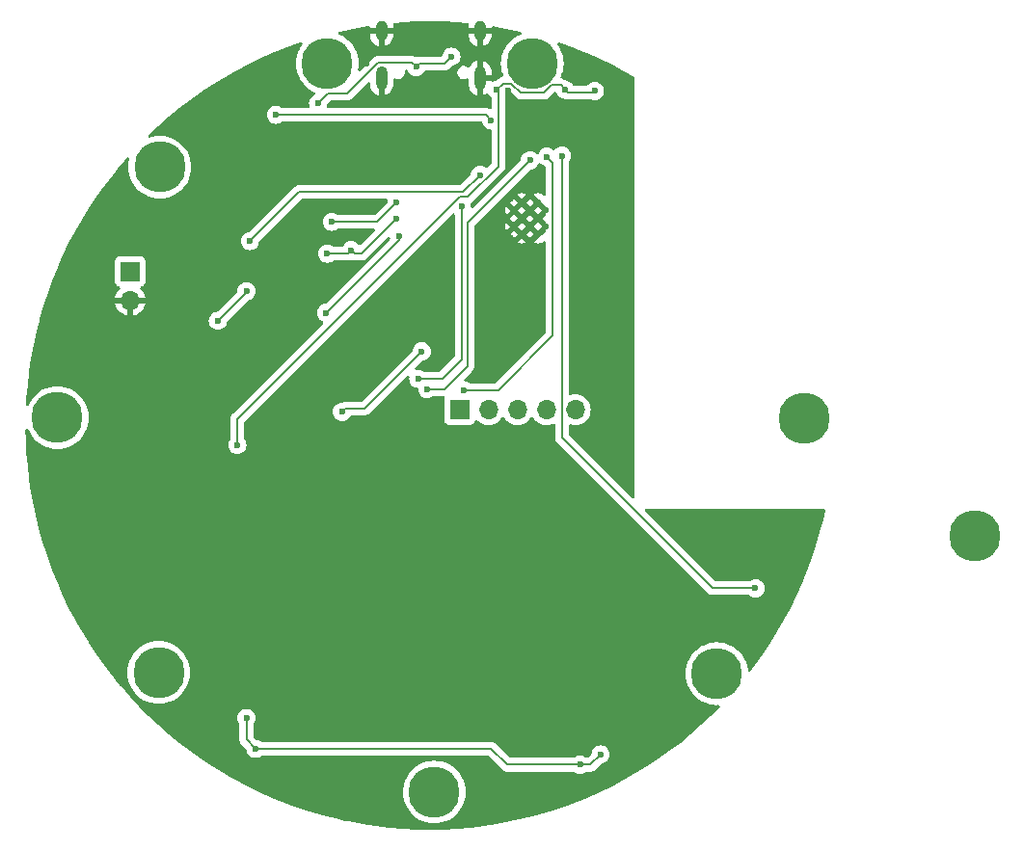
<source format=gbr>
%TF.GenerationSoftware,KiCad,Pcbnew,8.0.0*%
%TF.CreationDate,2024-05-31T15:26:32-05:00*%
%TF.ProjectId,GaussMouse,47617573-734d-46f7-9573-652e6b696361,rev?*%
%TF.SameCoordinates,Original*%
%TF.FileFunction,Copper,L2,Bot*%
%TF.FilePolarity,Positive*%
%FSLAX46Y46*%
G04 Gerber Fmt 4.6, Leading zero omitted, Abs format (unit mm)*
G04 Created by KiCad (PCBNEW 8.0.0) date 2024-05-31 15:26:32*
%MOMM*%
%LPD*%
G01*
G04 APERTURE LIST*
%TA.AperFunction,ComponentPad*%
%ADD10R,1.700000X1.700000*%
%TD*%
%TA.AperFunction,ComponentPad*%
%ADD11O,1.700000X1.700000*%
%TD*%
%TA.AperFunction,ComponentPad*%
%ADD12C,4.500000*%
%TD*%
%TA.AperFunction,ComponentPad*%
%ADD13O,1.000000X2.100000*%
%TD*%
%TA.AperFunction,ComponentPad*%
%ADD14O,1.000000X1.800000*%
%TD*%
%TA.AperFunction,HeatsinkPad*%
%ADD15C,0.600000*%
%TD*%
%TA.AperFunction,ViaPad*%
%ADD16C,0.600000*%
%TD*%
%TA.AperFunction,Conductor*%
%ADD17C,0.200000*%
%TD*%
G04 APERTURE END LIST*
D10*
%TO.P,J3,1,Pin_1*%
%TO.N,Net-(J3-Pin_1)*%
X83625000Y-90615000D03*
D11*
%TO.P,J3,2,Pin_2*%
%TO.N,Net-(J3-Pin_2)*%
X86165000Y-90615000D03*
%TO.P,J3,3,Pin_3*%
%TO.N,Net-(J3-Pin_3)*%
X88705000Y-90615000D03*
%TO.P,J3,4,Pin_4*%
%TO.N,Net-(J3-Pin_4)*%
X91245000Y-90615000D03*
%TO.P,J3,5,Pin_5*%
%TO.N,Net-(J3-Pin_5)*%
X93785000Y-90615000D03*
%TD*%
D10*
%TO.P,BT1,1,+*%
%TO.N,Net-(BT1-+)*%
X54700000Y-78460000D03*
D11*
%TO.P,BT1,2,-*%
%TO.N,VSS*%
X54700000Y-81000000D03*
%TD*%
D12*
%TO.P,H6,1*%
%TO.N,N/C*%
X57300000Y-69300000D03*
%TD*%
%TO.P,H9,1*%
%TO.N,N/C*%
X128825000Y-101715000D03*
%TD*%
%TO.P,H8,1*%
%TO.N,N/C*%
X72000000Y-60200000D03*
%TD*%
%TO.P,H7,1*%
%TO.N,N/C*%
X48300000Y-91300000D03*
%TD*%
%TO.P,H1,1*%
%TO.N,N/C*%
X113900000Y-91400000D03*
%TD*%
D13*
%TO.P,J1,S1,SHIELD*%
%TO.N,VSS*%
X85420000Y-61487500D03*
D14*
X85420000Y-57337500D03*
D13*
X76780000Y-61487500D03*
D14*
X76780000Y-57337500D03*
%TD*%
D12*
%TO.P,H5,1*%
%TO.N,N/C*%
X90000000Y-60200000D03*
%TD*%
%TO.P,H4,1*%
%TO.N,N/C*%
X81400000Y-124200000D03*
%TD*%
D15*
%TO.P,U2,41,GND*%
%TO.N,VSS*%
X90500000Y-72400000D03*
X89100000Y-72400000D03*
X91200000Y-73100000D03*
X89800000Y-73100000D03*
X88400000Y-73100000D03*
X90500000Y-73800000D03*
X89100000Y-73800000D03*
X91200000Y-74500000D03*
X89800000Y-74500000D03*
X88400000Y-74500000D03*
X90500000Y-75200000D03*
X89100000Y-75200000D03*
%TD*%
D12*
%TO.P,H3,1*%
%TO.N,N/C*%
X106200000Y-113800000D03*
%TD*%
%TO.P,H2,1*%
%TO.N,N/C*%
X57200000Y-113700000D03*
%TD*%
D16*
%TO.N,VSS*%
X87900000Y-62600000D03*
X75400000Y-60200000D03*
X74900000Y-58800000D03*
X84600000Y-59300000D03*
X75800000Y-63500000D03*
X93600000Y-59400000D03*
X96000000Y-118800000D03*
X110700000Y-110500000D03*
X107500000Y-107700000D03*
X100800000Y-113500000D03*
X103300000Y-115900000D03*
X71200000Y-122900000D03*
X85400000Y-116800000D03*
X85200000Y-68500000D03*
X88400000Y-68200000D03*
X67900000Y-61500000D03*
X79100000Y-58000000D03*
X82100000Y-58200000D03*
X86400000Y-59300000D03*
X93000000Y-61400000D03*
%TO.N,VCC*%
X92900000Y-62500000D03*
%TO.N,VSS*%
X89100000Y-64900000D03*
%TO.N,Right*%
X74100000Y-76600000D03*
%TO.N,VSS*%
X72500000Y-84700000D03*
X72000000Y-79000000D03*
%TO.N,Left*%
X78100000Y-72400000D03*
X72400000Y-74100000D03*
%TO.N,Right*%
X78100000Y-73800000D03*
X72000000Y-76900000D03*
%TO.N,Center*%
X78300000Y-75400000D03*
X71900000Y-82100000D03*
%TO.N,Net-(SW2-B)*%
X80300000Y-85500000D03*
X73300000Y-90800000D03*
%TO.N,Net-(SW1-B)*%
X67500000Y-64700000D03*
X86400000Y-65200000D03*
%TO.N,VSS*%
X64600000Y-69500000D03*
X68600000Y-82800000D03*
X60200000Y-86100000D03*
X60700000Y-82200000D03*
X61500000Y-90800000D03*
X55800000Y-89700000D03*
X56000000Y-94400000D03*
X56100000Y-97600000D03*
X55400000Y-100300000D03*
X53500000Y-107400000D03*
X53200000Y-111600000D03*
X62100000Y-110500000D03*
X71700000Y-111800000D03*
X88700000Y-117600000D03*
X97800000Y-107500000D03*
X105800000Y-109000000D03*
X109200000Y-105300000D03*
X94600000Y-69900000D03*
X97800000Y-94200000D03*
X98400000Y-86300000D03*
X98200000Y-80900000D03*
X98200000Y-74900000D03*
X98400000Y-69200000D03*
X98600000Y-63900000D03*
%TO.N,+5V*%
X64900000Y-80200000D03*
X62400000Y-82800000D03*
%TO.N,CLK*%
X83800000Y-72700000D03*
X80000000Y-87900000D03*
%TO.N,MISO*%
X89800000Y-68700000D03*
X80800000Y-88800000D03*
%TO.N,VCC*%
X94200000Y-121800000D03*
X96000000Y-120900000D03*
X65700000Y-120400000D03*
X64900000Y-117700000D03*
%TO.N,WS2812*%
X109600000Y-106300000D03*
X92600000Y-68300000D03*
%TO.N,SWIO*%
X91300000Y-68400000D03*
X84000000Y-88900000D03*
%TO.N,+5V*%
X71200000Y-63700000D03*
%TO.N,Charge_Status*%
X85400000Y-70000000D03*
X65200000Y-75800000D03*
%TO.N,VCC*%
X64100000Y-93700000D03*
X95500000Y-62600000D03*
X86890380Y-62509620D03*
%TO.N,+5V*%
X82900000Y-59600000D03*
X79800000Y-60500000D03*
%TD*%
D17*
%TO.N,VCC*%
X84365686Y-71900000D02*
X87040380Y-69225306D01*
X83634314Y-71900000D02*
X84365686Y-71900000D01*
X87040380Y-69225306D02*
X87040380Y-62659620D01*
X64100000Y-91434314D02*
X83634314Y-71900000D01*
X87450000Y-61950000D02*
X86890380Y-62509620D01*
X88943755Y-62750000D02*
X88143755Y-61950000D01*
X92500000Y-62100000D02*
X91706245Y-62100000D01*
X92900000Y-62500000D02*
X92500000Y-62100000D01*
X87040380Y-62659620D02*
X86890380Y-62509620D01*
X91706245Y-62100000D02*
X91056245Y-62750000D01*
X88143755Y-61950000D02*
X87450000Y-61950000D01*
X91056245Y-62750000D02*
X88943755Y-62750000D01*
X64100000Y-93700000D02*
X64100000Y-91434314D01*
%TO.N,VSS*%
X89100000Y-63800000D02*
X87900000Y-62600000D01*
X89100000Y-64900000D02*
X89100000Y-63800000D01*
X94200000Y-59400000D02*
X93600000Y-59400000D01*
X98600000Y-63800000D02*
X94200000Y-59400000D01*
X98600000Y-63900000D02*
X98600000Y-63800000D01*
%TO.N,SWIO*%
X91800000Y-68900000D02*
X91300000Y-68400000D01*
X91800000Y-84100000D02*
X91800000Y-68900000D01*
X84000000Y-88900000D02*
X87000000Y-88900000D01*
X87000000Y-88900000D02*
X91800000Y-84100000D01*
%TO.N,MISO*%
X84300000Y-86800000D02*
X82300000Y-88800000D01*
X82300000Y-88800000D02*
X80800000Y-88800000D01*
X89800000Y-68700000D02*
X84300000Y-74200000D01*
X84300000Y-74200000D02*
X84300000Y-86800000D01*
%TO.N,CLK*%
X82100000Y-87900000D02*
X80000000Y-87900000D01*
X83800000Y-86200000D02*
X82100000Y-87900000D01*
X83800000Y-72700000D02*
X83800000Y-86200000D01*
%TO.N,VCC*%
X93150000Y-62750000D02*
X95350000Y-62750000D01*
X92900000Y-62500000D02*
X93150000Y-62750000D01*
%TO.N,Right*%
X74400000Y-76900000D02*
X75000000Y-76900000D01*
X74100000Y-76600000D02*
X74400000Y-76900000D01*
X73800000Y-76900000D02*
X74100000Y-76600000D01*
%TO.N,Left*%
X72400000Y-74100000D02*
X76400000Y-74100000D01*
X76400000Y-74100000D02*
X78100000Y-72400000D01*
%TO.N,Right*%
X75000000Y-76900000D02*
X78100000Y-73800000D01*
X72000000Y-76900000D02*
X73800000Y-76900000D01*
%TO.N,Center*%
X71900000Y-82100000D02*
X78300000Y-75700000D01*
X78300000Y-75700000D02*
X78300000Y-75400000D01*
%TO.N,Net-(SW2-B)*%
X73600000Y-90500000D02*
X75300000Y-90500000D01*
X73300000Y-90800000D02*
X73600000Y-90500000D01*
X75300000Y-90500000D02*
X80300000Y-85500000D01*
%TO.N,Net-(SW1-B)*%
X67500000Y-64700000D02*
X85900000Y-64700000D01*
X85900000Y-64700000D02*
X86400000Y-65200000D01*
%TO.N,+5V*%
X64900000Y-80300000D02*
X64900000Y-80200000D01*
X62400000Y-82800000D02*
X64900000Y-80300000D01*
%TO.N,Charge_Status*%
X83900000Y-71500000D02*
X85400000Y-70000000D01*
X65200000Y-75800000D02*
X69500000Y-71500000D01*
X69500000Y-71500000D02*
X83900000Y-71500000D01*
%TO.N,VCC*%
X95100000Y-121800000D02*
X96000000Y-120900000D01*
X87800000Y-121800000D02*
X95100000Y-121800000D01*
X86400000Y-120400000D02*
X87800000Y-121800000D01*
X65700000Y-120400000D02*
X86400000Y-120400000D01*
X64900000Y-117700000D02*
X64900000Y-119600000D01*
X64900000Y-119600000D02*
X65700000Y-120400000D01*
%TO.N,WS2812*%
X105868578Y-106300000D02*
X109600000Y-106300000D01*
X92600000Y-93031422D02*
X105868578Y-106300000D01*
X92600000Y-68300000D02*
X92600000Y-93031422D01*
%TO.N,+5V*%
X79437500Y-60137500D02*
X79800000Y-60500000D01*
X76448629Y-60137500D02*
X79437500Y-60137500D01*
X72062500Y-62837500D02*
X73748629Y-62837500D01*
X71200000Y-63700000D02*
X72062500Y-62837500D01*
X73748629Y-62837500D02*
X76448629Y-60137500D01*
%TO.N,VCC*%
X95350000Y-62750000D02*
X95500000Y-62600000D01*
%TO.N,+5V*%
X80100000Y-60200000D02*
X82300000Y-60200000D01*
X79800000Y-60500000D02*
X80100000Y-60200000D01*
X82300000Y-60200000D02*
X82900000Y-59600000D01*
%TD*%
%TA.AperFunction,Conductor*%
%TO.N,VSS*%
G36*
X69783492Y-58400303D02*
G01*
X69814530Y-58462901D01*
X69806797Y-58532341D01*
X69790028Y-58560927D01*
X69732252Y-58634673D01*
X69732248Y-58634678D01*
X69732246Y-58634682D01*
X69587446Y-58874211D01*
X69560101Y-58919445D01*
X69560100Y-58919447D01*
X69423536Y-59222880D01*
X69423530Y-59222895D01*
X69324546Y-59540550D01*
X69324544Y-59540556D01*
X69324544Y-59540559D01*
X69306243Y-59640423D01*
X69264563Y-59867863D01*
X69244473Y-60200000D01*
X69264563Y-60532136D01*
X69264563Y-60532141D01*
X69264564Y-60532142D01*
X69324544Y-60859441D01*
X69324545Y-60859445D01*
X69324546Y-60859449D01*
X69423530Y-61177104D01*
X69423533Y-61177111D01*
X69423537Y-61177123D01*
X69560102Y-61480557D01*
X69721810Y-61748055D01*
X69732251Y-61765326D01*
X69937460Y-62027255D01*
X70172744Y-62262539D01*
X70434673Y-62467748D01*
X70434678Y-62467751D01*
X70434682Y-62467754D01*
X70719443Y-62639898D01*
X70911353Y-62726270D01*
X70964407Y-62771734D01*
X70984459Y-62838664D01*
X70965143Y-62905810D01*
X70912591Y-62951855D01*
X70901416Y-62956387D01*
X70850477Y-62974211D01*
X70697737Y-63070184D01*
X70570184Y-63197737D01*
X70474211Y-63350476D01*
X70414631Y-63520745D01*
X70414630Y-63520750D01*
X70394435Y-63699996D01*
X70394435Y-63700003D01*
X70414630Y-63879249D01*
X70414633Y-63879262D01*
X70433978Y-63934545D01*
X70437540Y-64004324D01*
X70402812Y-64064951D01*
X70340818Y-64097179D01*
X70316937Y-64099500D01*
X68082412Y-64099500D01*
X68015373Y-64079815D01*
X68005097Y-64072445D01*
X68002263Y-64070185D01*
X68002262Y-64070184D01*
X67897447Y-64004324D01*
X67849523Y-63974211D01*
X67679254Y-63914631D01*
X67679249Y-63914630D01*
X67500004Y-63894435D01*
X67499996Y-63894435D01*
X67320750Y-63914630D01*
X67320745Y-63914631D01*
X67150476Y-63974211D01*
X66997737Y-64070184D01*
X66870184Y-64197737D01*
X66774211Y-64350476D01*
X66714631Y-64520745D01*
X66714630Y-64520750D01*
X66694435Y-64699996D01*
X66694435Y-64700003D01*
X66714630Y-64879249D01*
X66714631Y-64879254D01*
X66774211Y-65049523D01*
X66870184Y-65202262D01*
X66997738Y-65329816D01*
X67150478Y-65425789D01*
X67320745Y-65485368D01*
X67320750Y-65485369D01*
X67499996Y-65505565D01*
X67500000Y-65505565D01*
X67500004Y-65505565D01*
X67679249Y-65485369D01*
X67679252Y-65485368D01*
X67679255Y-65485368D01*
X67849522Y-65425789D01*
X68002262Y-65329816D01*
X68002267Y-65329810D01*
X68005097Y-65327555D01*
X68007275Y-65326665D01*
X68008158Y-65326111D01*
X68008255Y-65326265D01*
X68069783Y-65301145D01*
X68082412Y-65300500D01*
X85499091Y-65300500D01*
X85566130Y-65320185D01*
X85611885Y-65372989D01*
X85616133Y-65383545D01*
X85651763Y-65485369D01*
X85674211Y-65549522D01*
X85770184Y-65702262D01*
X85897738Y-65829816D01*
X86050478Y-65925789D01*
X86188823Y-65974198D01*
X86220745Y-65985368D01*
X86220750Y-65985369D01*
X86301660Y-65994484D01*
X86329762Y-65997651D01*
X86394177Y-66024717D01*
X86433732Y-66082311D01*
X86439880Y-66120871D01*
X86439880Y-68925208D01*
X86420195Y-68992247D01*
X86403561Y-69012889D01*
X86060621Y-69355828D01*
X85999298Y-69389313D01*
X85929606Y-69384329D01*
X85906968Y-69373141D01*
X85749523Y-69274211D01*
X85579254Y-69214631D01*
X85579249Y-69214630D01*
X85400004Y-69194435D01*
X85399996Y-69194435D01*
X85220750Y-69214630D01*
X85220745Y-69214631D01*
X85050476Y-69274211D01*
X84897737Y-69370184D01*
X84770184Y-69497737D01*
X84674210Y-69650478D01*
X84614630Y-69820750D01*
X84604837Y-69907668D01*
X84577770Y-69972082D01*
X84569298Y-69981465D01*
X83687584Y-70863181D01*
X83626261Y-70896666D01*
X83599903Y-70899500D01*
X69420942Y-70899500D01*
X69268214Y-70940423D01*
X69261839Y-70944104D01*
X69222314Y-70966924D01*
X69131287Y-71019477D01*
X69131282Y-71019481D01*
X69019478Y-71131286D01*
X65181465Y-74969298D01*
X65120142Y-75002783D01*
X65107668Y-75004837D01*
X65020750Y-75014630D01*
X64850478Y-75074210D01*
X64697737Y-75170184D01*
X64570184Y-75297737D01*
X64474211Y-75450476D01*
X64414631Y-75620745D01*
X64414630Y-75620750D01*
X64394435Y-75799996D01*
X64394435Y-75800003D01*
X64414630Y-75979249D01*
X64414631Y-75979254D01*
X64474211Y-76149523D01*
X64479759Y-76158352D01*
X64570184Y-76302262D01*
X64697738Y-76429816D01*
X64850478Y-76525789D01*
X65020745Y-76585368D01*
X65020750Y-76585369D01*
X65199996Y-76605565D01*
X65200000Y-76605565D01*
X65200004Y-76605565D01*
X65379249Y-76585369D01*
X65379252Y-76585368D01*
X65379255Y-76585368D01*
X65549522Y-76525789D01*
X65702262Y-76429816D01*
X65829816Y-76302262D01*
X65925789Y-76149522D01*
X65985368Y-75979255D01*
X65995161Y-75892329D01*
X66022226Y-75827918D01*
X66030690Y-75818543D01*
X69712416Y-72136819D01*
X69773739Y-72103334D01*
X69800097Y-72100500D01*
X77189424Y-72100500D01*
X77256463Y-72120185D01*
X77302218Y-72172989D01*
X77312644Y-72238385D01*
X77304837Y-72307669D01*
X77277770Y-72372082D01*
X77269298Y-72381465D01*
X76187584Y-73463181D01*
X76126261Y-73496666D01*
X76099903Y-73499500D01*
X72982412Y-73499500D01*
X72915373Y-73479815D01*
X72905097Y-73472445D01*
X72902263Y-73470185D01*
X72902262Y-73470184D01*
X72845496Y-73434515D01*
X72749523Y-73374211D01*
X72579254Y-73314631D01*
X72579249Y-73314630D01*
X72400004Y-73294435D01*
X72399996Y-73294435D01*
X72220750Y-73314630D01*
X72220745Y-73314631D01*
X72050476Y-73374211D01*
X71897737Y-73470184D01*
X71770184Y-73597737D01*
X71674211Y-73750476D01*
X71614631Y-73920745D01*
X71614630Y-73920750D01*
X71594435Y-74099996D01*
X71594435Y-74100003D01*
X71614630Y-74279249D01*
X71614631Y-74279254D01*
X71674211Y-74449523D01*
X71741521Y-74556645D01*
X71770184Y-74602262D01*
X71897738Y-74729816D01*
X72050478Y-74825789D01*
X72129823Y-74853553D01*
X72220745Y-74885368D01*
X72220750Y-74885369D01*
X72399996Y-74905565D01*
X72400000Y-74905565D01*
X72400004Y-74905565D01*
X72579249Y-74885369D01*
X72579252Y-74885368D01*
X72579255Y-74885368D01*
X72749522Y-74825789D01*
X72902262Y-74729816D01*
X72902267Y-74729810D01*
X72905097Y-74727555D01*
X72907275Y-74726665D01*
X72908158Y-74726111D01*
X72908255Y-74726265D01*
X72969783Y-74701145D01*
X72982412Y-74700500D01*
X76050903Y-74700500D01*
X76117942Y-74720185D01*
X76163697Y-74772989D01*
X76173641Y-74842147D01*
X76144616Y-74905703D01*
X76138584Y-74912181D01*
X74925896Y-76124867D01*
X74864573Y-76158352D01*
X74794881Y-76153368D01*
X74738948Y-76111496D01*
X74733220Y-76103156D01*
X74729815Y-76097737D01*
X74602262Y-75970184D01*
X74449523Y-75874211D01*
X74279254Y-75814631D01*
X74279249Y-75814630D01*
X74100004Y-75794435D01*
X74099996Y-75794435D01*
X73920750Y-75814630D01*
X73920745Y-75814631D01*
X73750476Y-75874211D01*
X73597737Y-75970184D01*
X73470184Y-76097737D01*
X73379870Y-76241472D01*
X73327535Y-76287763D01*
X73274876Y-76299500D01*
X72582412Y-76299500D01*
X72515373Y-76279815D01*
X72505097Y-76272445D01*
X72502263Y-76270185D01*
X72502262Y-76270184D01*
X72445496Y-76234515D01*
X72349523Y-76174211D01*
X72179254Y-76114631D01*
X72179249Y-76114630D01*
X72000004Y-76094435D01*
X71999996Y-76094435D01*
X71820750Y-76114630D01*
X71820745Y-76114631D01*
X71650476Y-76174211D01*
X71497737Y-76270184D01*
X71370184Y-76397737D01*
X71274211Y-76550476D01*
X71214631Y-76720745D01*
X71214630Y-76720750D01*
X71194435Y-76899996D01*
X71194435Y-76900003D01*
X71214630Y-77079249D01*
X71214631Y-77079254D01*
X71274211Y-77249523D01*
X71370184Y-77402262D01*
X71497738Y-77529816D01*
X71650478Y-77625789D01*
X71820745Y-77685368D01*
X71820750Y-77685369D01*
X71999996Y-77705565D01*
X72000000Y-77705565D01*
X72000004Y-77705565D01*
X72179249Y-77685369D01*
X72179252Y-77685368D01*
X72179255Y-77685368D01*
X72349522Y-77625789D01*
X72502262Y-77529816D01*
X72502267Y-77529810D01*
X72505097Y-77527555D01*
X72507275Y-77526665D01*
X72508158Y-77526111D01*
X72508255Y-77526265D01*
X72569783Y-77501145D01*
X72582412Y-77500500D01*
X73713331Y-77500500D01*
X73713347Y-77500501D01*
X73720943Y-77500501D01*
X73879054Y-77500501D01*
X73879057Y-77500501D01*
X74031785Y-77459577D01*
X74037997Y-77455990D01*
X74105893Y-77439515D01*
X74161999Y-77455988D01*
X74168215Y-77459577D01*
X74320943Y-77500500D01*
X74479057Y-77500500D01*
X74913331Y-77500500D01*
X74913347Y-77500501D01*
X74920943Y-77500501D01*
X75079054Y-77500501D01*
X75079057Y-77500501D01*
X75231785Y-77459577D01*
X75325336Y-77405565D01*
X75368716Y-77380520D01*
X75480520Y-77268716D01*
X75480520Y-77268714D01*
X75490724Y-77258511D01*
X75490728Y-77258506D01*
X77297661Y-75451572D01*
X77358982Y-75418089D01*
X77428674Y-75423073D01*
X77484607Y-75464945D01*
X77508561Y-75525373D01*
X77513705Y-75571034D01*
X77501649Y-75639856D01*
X77478165Y-75672597D01*
X71881465Y-81269298D01*
X71820142Y-81302783D01*
X71807668Y-81304837D01*
X71720750Y-81314630D01*
X71550478Y-81374210D01*
X71397737Y-81470184D01*
X71270184Y-81597737D01*
X71174211Y-81750476D01*
X71114631Y-81920745D01*
X71114630Y-81920750D01*
X71094435Y-82099996D01*
X71094435Y-82100003D01*
X71114630Y-82279249D01*
X71114631Y-82279254D01*
X71174211Y-82449523D01*
X71177368Y-82454547D01*
X71270184Y-82602262D01*
X71397738Y-82729816D01*
X71550478Y-82825789D01*
X71592969Y-82840657D01*
X71649745Y-82881377D01*
X71675494Y-82946330D01*
X71662039Y-83014892D01*
X71639697Y-83045380D01*
X63731286Y-90953792D01*
X63619481Y-91065596D01*
X63619479Y-91065598D01*
X63611937Y-91078663D01*
X63597007Y-91104523D01*
X63540423Y-91202529D01*
X63499499Y-91355257D01*
X63499499Y-91355259D01*
X63499499Y-91523360D01*
X63499500Y-91523373D01*
X63499500Y-93117587D01*
X63479815Y-93184626D01*
X63472450Y-93194896D01*
X63470186Y-93197734D01*
X63374211Y-93350476D01*
X63314631Y-93520745D01*
X63314630Y-93520750D01*
X63294435Y-93699996D01*
X63294435Y-93700003D01*
X63314630Y-93879249D01*
X63314631Y-93879254D01*
X63374211Y-94049523D01*
X63377984Y-94055527D01*
X63470184Y-94202262D01*
X63597738Y-94329816D01*
X63663449Y-94371105D01*
X63729597Y-94412669D01*
X63750478Y-94425789D01*
X63920745Y-94485368D01*
X63920750Y-94485369D01*
X64099996Y-94505565D01*
X64100000Y-94505565D01*
X64100004Y-94505565D01*
X64279249Y-94485369D01*
X64279252Y-94485368D01*
X64279255Y-94485368D01*
X64449522Y-94425789D01*
X64602262Y-94329816D01*
X64729816Y-94202262D01*
X64825789Y-94049522D01*
X64885368Y-93879255D01*
X64905565Y-93700000D01*
X64885368Y-93520745D01*
X64825789Y-93350478D01*
X64729816Y-93197738D01*
X64729814Y-93197736D01*
X64729813Y-93197734D01*
X64727550Y-93194896D01*
X64726659Y-93192715D01*
X64726111Y-93191842D01*
X64726264Y-93191745D01*
X64701144Y-93130209D01*
X64700500Y-93117587D01*
X64700500Y-91734410D01*
X64720185Y-91667371D01*
X64736814Y-91646734D01*
X82987819Y-73395728D01*
X83049142Y-73362244D01*
X83118834Y-73367228D01*
X83174767Y-73409100D01*
X83199184Y-73474564D01*
X83199500Y-73483410D01*
X83199500Y-85899903D01*
X83179815Y-85966942D01*
X83163181Y-85987584D01*
X81887584Y-87263181D01*
X81826261Y-87296666D01*
X81799903Y-87299500D01*
X80582412Y-87299500D01*
X80515373Y-87279815D01*
X80505097Y-87272445D01*
X80502263Y-87270185D01*
X80502262Y-87270184D01*
X80445496Y-87234515D01*
X80349523Y-87174211D01*
X80179254Y-87114631D01*
X80179249Y-87114630D01*
X80000004Y-87094435D01*
X79999996Y-87094435D01*
X79850410Y-87111288D01*
X79781588Y-87099233D01*
X79730209Y-87051884D01*
X79712585Y-86984273D01*
X79734312Y-86917868D01*
X79748841Y-86900392D01*
X80318535Y-86330698D01*
X80379856Y-86297215D01*
X80392311Y-86295163D01*
X80479255Y-86285368D01*
X80649522Y-86225789D01*
X80802262Y-86129816D01*
X80929816Y-86002262D01*
X81025789Y-85849522D01*
X81085368Y-85679255D01*
X81105565Y-85500000D01*
X81102419Y-85472082D01*
X81085369Y-85320750D01*
X81085368Y-85320745D01*
X81025788Y-85150476D01*
X80929815Y-84997737D01*
X80802262Y-84870184D01*
X80649523Y-84774211D01*
X80479254Y-84714631D01*
X80479249Y-84714630D01*
X80300004Y-84694435D01*
X80299996Y-84694435D01*
X80120750Y-84714630D01*
X80120745Y-84714631D01*
X79950476Y-84774211D01*
X79797737Y-84870184D01*
X79670184Y-84997737D01*
X79574210Y-85150478D01*
X79514630Y-85320750D01*
X79504837Y-85407668D01*
X79477770Y-85472082D01*
X79469298Y-85481465D01*
X75087584Y-89863181D01*
X75026261Y-89896666D01*
X74999903Y-89899500D01*
X73679057Y-89899500D01*
X73520943Y-89899500D01*
X73368215Y-89940423D01*
X73368214Y-89940423D01*
X73368212Y-89940424D01*
X73368209Y-89940425D01*
X73318098Y-89969358D01*
X73318092Y-89969362D01*
X73290922Y-89985047D01*
X73242811Y-90000877D01*
X73120750Y-90014630D01*
X72950478Y-90074210D01*
X72797737Y-90170184D01*
X72670184Y-90297737D01*
X72574211Y-90450476D01*
X72514631Y-90620745D01*
X72514630Y-90620750D01*
X72494435Y-90799996D01*
X72494435Y-90800003D01*
X72514630Y-90979249D01*
X72514631Y-90979254D01*
X72574211Y-91149523D01*
X72637360Y-91250023D01*
X72670184Y-91302262D01*
X72797738Y-91429816D01*
X72887783Y-91486395D01*
X72930719Y-91513374D01*
X72950478Y-91525789D01*
X73083922Y-91572483D01*
X73120745Y-91585368D01*
X73120750Y-91585369D01*
X73299996Y-91605565D01*
X73300000Y-91605565D01*
X73300004Y-91605565D01*
X73479249Y-91585369D01*
X73479252Y-91585368D01*
X73479255Y-91585368D01*
X73649522Y-91525789D01*
X73802262Y-91429816D01*
X73929816Y-91302262D01*
X74020130Y-91158527D01*
X74072465Y-91112237D01*
X74125124Y-91100500D01*
X75213331Y-91100500D01*
X75213347Y-91100501D01*
X75220943Y-91100501D01*
X75379054Y-91100501D01*
X75379057Y-91100501D01*
X75531785Y-91059577D01*
X75581904Y-91030639D01*
X75668716Y-90980520D01*
X75780520Y-90868716D01*
X75780520Y-90868714D01*
X75790728Y-90858507D01*
X75790730Y-90858504D01*
X79000389Y-87648844D01*
X79061710Y-87615361D01*
X79131402Y-87620345D01*
X79187335Y-87662217D01*
X79211752Y-87727681D01*
X79211288Y-87750410D01*
X79194435Y-87899995D01*
X79194435Y-87900003D01*
X79214630Y-88079249D01*
X79214631Y-88079254D01*
X79274211Y-88249523D01*
X79305614Y-88299500D01*
X79370184Y-88402262D01*
X79497738Y-88529816D01*
X79553039Y-88564564D01*
X79648499Y-88624546D01*
X79650478Y-88625789D01*
X79820745Y-88685368D01*
X79820749Y-88685369D01*
X79885320Y-88692644D01*
X79949734Y-88719710D01*
X79989289Y-88777304D01*
X79994657Y-88801980D01*
X80014630Y-88979250D01*
X80014631Y-88979254D01*
X80074211Y-89149523D01*
X80149665Y-89269606D01*
X80170184Y-89302262D01*
X80297738Y-89429816D01*
X80388080Y-89486582D01*
X80445512Y-89522669D01*
X80450478Y-89525789D01*
X80509464Y-89546429D01*
X80620745Y-89585368D01*
X80620750Y-89585369D01*
X80799996Y-89605565D01*
X80800000Y-89605565D01*
X80800004Y-89605565D01*
X80979249Y-89585369D01*
X80979252Y-89585368D01*
X80979255Y-89585368D01*
X81149522Y-89525789D01*
X81302262Y-89429816D01*
X81302267Y-89429810D01*
X81305097Y-89427555D01*
X81307275Y-89426665D01*
X81308158Y-89426111D01*
X81308255Y-89426265D01*
X81369783Y-89401145D01*
X81382412Y-89400500D01*
X82198177Y-89400500D01*
X82265216Y-89420185D01*
X82310971Y-89472989D01*
X82320915Y-89542147D01*
X82314359Y-89567833D01*
X82280908Y-89657517D01*
X82274501Y-89717116D01*
X82274500Y-89717135D01*
X82274500Y-91512870D01*
X82274501Y-91512876D01*
X82280908Y-91572483D01*
X82331202Y-91707328D01*
X82331206Y-91707335D01*
X82417452Y-91822544D01*
X82417455Y-91822547D01*
X82532664Y-91908793D01*
X82532671Y-91908797D01*
X82667517Y-91959091D01*
X82667516Y-91959091D01*
X82674444Y-91959835D01*
X82727127Y-91965500D01*
X84522872Y-91965499D01*
X84582483Y-91959091D01*
X84717331Y-91908796D01*
X84832546Y-91822546D01*
X84918796Y-91707331D01*
X84967810Y-91575916D01*
X85009681Y-91519984D01*
X85075145Y-91495566D01*
X85143418Y-91510417D01*
X85171673Y-91531569D01*
X85293599Y-91653495D01*
X85390384Y-91721265D01*
X85487165Y-91789032D01*
X85487167Y-91789033D01*
X85487170Y-91789035D01*
X85701337Y-91888903D01*
X85929592Y-91950063D01*
X86106034Y-91965500D01*
X86164999Y-91970659D01*
X86165000Y-91970659D01*
X86165001Y-91970659D01*
X86223966Y-91965500D01*
X86400408Y-91950063D01*
X86628663Y-91888903D01*
X86842830Y-91789035D01*
X87036401Y-91653495D01*
X87203495Y-91486401D01*
X87333425Y-91300842D01*
X87388002Y-91257217D01*
X87457500Y-91250023D01*
X87519855Y-91281546D01*
X87536575Y-91300842D01*
X87666500Y-91486395D01*
X87666505Y-91486401D01*
X87833599Y-91653495D01*
X87930384Y-91721265D01*
X88027165Y-91789032D01*
X88027167Y-91789033D01*
X88027170Y-91789035D01*
X88241337Y-91888903D01*
X88469592Y-91950063D01*
X88646034Y-91965500D01*
X88704999Y-91970659D01*
X88705000Y-91970659D01*
X88705001Y-91970659D01*
X88763966Y-91965500D01*
X88940408Y-91950063D01*
X89168663Y-91888903D01*
X89382830Y-91789035D01*
X89576401Y-91653495D01*
X89743495Y-91486401D01*
X89873425Y-91300842D01*
X89928002Y-91257217D01*
X89997500Y-91250023D01*
X90059855Y-91281546D01*
X90076575Y-91300842D01*
X90206500Y-91486395D01*
X90206505Y-91486401D01*
X90373599Y-91653495D01*
X90470384Y-91721265D01*
X90567165Y-91789032D01*
X90567167Y-91789033D01*
X90567170Y-91789035D01*
X90781337Y-91888903D01*
X91009592Y-91950063D01*
X91186034Y-91965500D01*
X91244999Y-91970659D01*
X91245000Y-91970659D01*
X91245001Y-91970659D01*
X91303966Y-91965500D01*
X91480408Y-91950063D01*
X91708663Y-91888903D01*
X91823096Y-91835541D01*
X91892173Y-91825050D01*
X91955957Y-91853570D01*
X91994196Y-91912046D01*
X91999500Y-91947924D01*
X91999500Y-92944752D01*
X91999499Y-92944770D01*
X91999499Y-93110476D01*
X91999498Y-93110476D01*
X92040423Y-93263207D01*
X92069358Y-93313322D01*
X92069359Y-93313326D01*
X92069360Y-93313326D01*
X92119479Y-93400136D01*
X92119481Y-93400139D01*
X92238349Y-93519007D01*
X92238355Y-93519012D01*
X105383717Y-106664374D01*
X105383727Y-106664385D01*
X105388057Y-106668715D01*
X105388058Y-106668716D01*
X105499862Y-106780520D01*
X105586673Y-106830639D01*
X105586675Y-106830641D01*
X105624729Y-106852611D01*
X105636793Y-106859577D01*
X105789521Y-106900501D01*
X105789524Y-106900501D01*
X105955231Y-106900501D01*
X105955247Y-106900500D01*
X109017588Y-106900500D01*
X109084627Y-106920185D01*
X109094903Y-106927555D01*
X109097736Y-106929814D01*
X109097738Y-106929816D01*
X109250478Y-107025789D01*
X109420745Y-107085368D01*
X109420750Y-107085369D01*
X109599996Y-107105565D01*
X109600000Y-107105565D01*
X109600004Y-107105565D01*
X109779249Y-107085369D01*
X109779252Y-107085368D01*
X109779255Y-107085368D01*
X109949522Y-107025789D01*
X110102262Y-106929816D01*
X110229816Y-106802262D01*
X110325789Y-106649522D01*
X110385368Y-106479255D01*
X110405565Y-106300000D01*
X110385368Y-106120745D01*
X110325789Y-105950478D01*
X110229816Y-105797738D01*
X110102262Y-105670184D01*
X110091117Y-105663181D01*
X109949523Y-105574211D01*
X109779254Y-105514631D01*
X109779249Y-105514630D01*
X109600004Y-105494435D01*
X109599996Y-105494435D01*
X109420750Y-105514630D01*
X109420745Y-105514631D01*
X109250476Y-105574211D01*
X109097736Y-105670185D01*
X109094903Y-105672445D01*
X109092724Y-105673334D01*
X109091842Y-105673889D01*
X109091744Y-105673734D01*
X109030217Y-105698855D01*
X109017588Y-105699500D01*
X106168675Y-105699500D01*
X106101636Y-105679815D01*
X106080994Y-105663181D01*
X99929494Y-99511681D01*
X99896009Y-99450358D01*
X99900993Y-99380666D01*
X99942865Y-99324733D01*
X100008329Y-99300316D01*
X100017175Y-99300000D01*
X115583252Y-99300000D01*
X115650291Y-99319685D01*
X115696046Y-99372489D01*
X115705990Y-99441647D01*
X115704338Y-99450726D01*
X115532890Y-100227485D01*
X115531929Y-100231516D01*
X115238686Y-101376800D01*
X115237591Y-101380797D01*
X114906240Y-102515651D01*
X114905012Y-102519609D01*
X114535930Y-103642737D01*
X114534571Y-103646652D01*
X114128160Y-104756841D01*
X114126671Y-104760708D01*
X113683384Y-105856710D01*
X113681766Y-105860525D01*
X113202107Y-106941095D01*
X113200362Y-106944854D01*
X112684877Y-108008764D01*
X112683008Y-108012463D01*
X112132255Y-109058567D01*
X112130264Y-109062201D01*
X111544846Y-110089345D01*
X111542734Y-110092910D01*
X110923337Y-111099892D01*
X110921107Y-111103385D01*
X110268415Y-112089097D01*
X110266070Y-112092514D01*
X109580784Y-113055895D01*
X109578326Y-113059231D01*
X109161992Y-113604949D01*
X109105679Y-113646309D01*
X109035945Y-113650658D01*
X108974929Y-113616615D01*
X108942005Y-113554990D01*
X108939632Y-113537224D01*
X108935436Y-113467863D01*
X108935436Y-113467858D01*
X108875456Y-113140559D01*
X108776463Y-112822877D01*
X108639898Y-112519443D01*
X108467754Y-112234682D01*
X108467751Y-112234678D01*
X108467748Y-112234673D01*
X108262539Y-111972744D01*
X108027255Y-111737460D01*
X107765326Y-111532251D01*
X107765318Y-111532246D01*
X107480557Y-111360102D01*
X107177123Y-111223537D01*
X107177116Y-111223534D01*
X107177104Y-111223530D01*
X106859449Y-111124546D01*
X106859445Y-111124545D01*
X106859441Y-111124544D01*
X106532142Y-111064564D01*
X106532141Y-111064563D01*
X106532136Y-111064563D01*
X106200000Y-111044473D01*
X105867863Y-111064563D01*
X105867858Y-111064564D01*
X105540559Y-111124544D01*
X105540556Y-111124544D01*
X105540550Y-111124546D01*
X105222895Y-111223530D01*
X105222879Y-111223536D01*
X105222877Y-111223537D01*
X105029656Y-111310498D01*
X104919447Y-111360100D01*
X104919445Y-111360101D01*
X104634673Y-111532251D01*
X104372744Y-111737460D01*
X104137460Y-111972744D01*
X103932251Y-112234673D01*
X103932246Y-112234682D01*
X103760102Y-112519443D01*
X103668536Y-112722895D01*
X103623536Y-112822880D01*
X103623530Y-112822895D01*
X103524546Y-113140550D01*
X103464563Y-113467863D01*
X103444473Y-113800000D01*
X103464563Y-114132136D01*
X103464563Y-114132141D01*
X103464564Y-114132142D01*
X103524544Y-114459441D01*
X103524545Y-114459445D01*
X103524546Y-114459449D01*
X103623530Y-114777104D01*
X103623534Y-114777116D01*
X103623537Y-114777123D01*
X103760102Y-115080557D01*
X103871794Y-115265318D01*
X103932251Y-115365326D01*
X104137460Y-115627255D01*
X104372744Y-115862539D01*
X104634673Y-116067748D01*
X104634678Y-116067751D01*
X104634682Y-116067754D01*
X104919443Y-116239898D01*
X105222877Y-116376463D01*
X105222890Y-116376467D01*
X105222895Y-116376469D01*
X105412129Y-116435436D01*
X105540559Y-116475456D01*
X105867858Y-116535436D01*
X106200000Y-116555527D01*
X106343389Y-116546853D01*
X106411493Y-116562454D01*
X106460353Y-116612399D01*
X106474454Y-116680831D01*
X106449320Y-116746023D01*
X106438556Y-116758308D01*
X105680448Y-117516416D01*
X105677469Y-117519297D01*
X104814046Y-118326853D01*
X104810973Y-118329633D01*
X103921011Y-119107919D01*
X103917846Y-119110594D01*
X103002432Y-119858660D01*
X102999180Y-119861229D01*
X102059231Y-120578326D01*
X102055895Y-120580784D01*
X101092514Y-121266070D01*
X101089097Y-121268415D01*
X100103385Y-121921107D01*
X100099892Y-121923337D01*
X99092910Y-122542734D01*
X99089345Y-122544846D01*
X98062201Y-123130264D01*
X98058567Y-123132255D01*
X97012463Y-123683008D01*
X97008764Y-123684877D01*
X95944854Y-124200362D01*
X95941095Y-124202107D01*
X94860525Y-124681766D01*
X94856710Y-124683384D01*
X93760708Y-125126671D01*
X93756841Y-125128160D01*
X92646652Y-125534571D01*
X92642737Y-125535930D01*
X91519609Y-125905012D01*
X91515651Y-125906240D01*
X90380797Y-126237591D01*
X90376800Y-126238686D01*
X89231516Y-126531929D01*
X89227485Y-126532890D01*
X88073014Y-126787707D01*
X88068953Y-126788532D01*
X86906639Y-127004623D01*
X86902553Y-127005312D01*
X85733688Y-127182441D01*
X85729581Y-127182994D01*
X84555379Y-127320976D01*
X84551255Y-127321390D01*
X83373177Y-127420051D01*
X83369043Y-127420328D01*
X82188300Y-127479571D01*
X82184158Y-127479710D01*
X81002072Y-127499465D01*
X80997928Y-127499465D01*
X79815841Y-127479710D01*
X79811699Y-127479571D01*
X78630956Y-127420328D01*
X78626822Y-127420051D01*
X77448744Y-127321390D01*
X77444620Y-127320976D01*
X76270418Y-127182994D01*
X76266311Y-127182441D01*
X75097446Y-127005312D01*
X75093360Y-127004623D01*
X73931046Y-126788532D01*
X73926985Y-126787707D01*
X73876070Y-126776469D01*
X73614723Y-126718784D01*
X72772514Y-126532890D01*
X72768483Y-126531929D01*
X71623199Y-126238686D01*
X71619202Y-126237591D01*
X70484348Y-125906240D01*
X70480390Y-125905012D01*
X69357262Y-125535930D01*
X69353347Y-125534571D01*
X68243158Y-125128160D01*
X68239291Y-125126671D01*
X67143289Y-124683384D01*
X67139474Y-124681766D01*
X66058904Y-124202107D01*
X66055145Y-124200362D01*
X66054398Y-124200000D01*
X78644473Y-124200000D01*
X78664563Y-124532136D01*
X78664563Y-124532141D01*
X78664564Y-124532142D01*
X78724544Y-124859441D01*
X78724545Y-124859445D01*
X78724546Y-124859449D01*
X78823530Y-125177104D01*
X78823534Y-125177116D01*
X78823537Y-125177123D01*
X78960102Y-125480557D01*
X79132246Y-125765318D01*
X79132251Y-125765326D01*
X79337460Y-126027255D01*
X79572744Y-126262539D01*
X79834673Y-126467748D01*
X79834678Y-126467751D01*
X79834682Y-126467754D01*
X80119443Y-126639898D01*
X80422877Y-126776463D01*
X80422890Y-126776467D01*
X80422895Y-126776469D01*
X80634665Y-126842458D01*
X80740559Y-126875456D01*
X81067858Y-126935436D01*
X81400000Y-126955527D01*
X81732142Y-126935436D01*
X82059441Y-126875456D01*
X82339615Y-126788151D01*
X82377104Y-126776469D01*
X82377104Y-126776468D01*
X82377123Y-126776463D01*
X82680557Y-126639898D01*
X82965318Y-126467754D01*
X83227252Y-126262542D01*
X83462542Y-126027252D01*
X83667754Y-125765318D01*
X83839898Y-125480557D01*
X83976463Y-125177123D01*
X84075456Y-124859441D01*
X84135436Y-124532142D01*
X84155527Y-124200000D01*
X84135436Y-123867858D01*
X84075456Y-123540559D01*
X83976463Y-123222877D01*
X83839898Y-122919443D01*
X83667754Y-122634682D01*
X83667751Y-122634678D01*
X83667748Y-122634673D01*
X83462539Y-122372744D01*
X83227255Y-122137460D01*
X82965326Y-121932251D01*
X82965318Y-121932246D01*
X82680557Y-121760102D01*
X82377123Y-121623537D01*
X82377116Y-121623534D01*
X82377104Y-121623530D01*
X82059449Y-121524546D01*
X82059445Y-121524545D01*
X82059441Y-121524544D01*
X81732142Y-121464564D01*
X81732141Y-121464563D01*
X81732136Y-121464563D01*
X81400000Y-121444473D01*
X81067863Y-121464563D01*
X81067858Y-121464564D01*
X80740559Y-121524544D01*
X80740556Y-121524544D01*
X80740550Y-121524546D01*
X80422895Y-121623530D01*
X80422879Y-121623536D01*
X80422877Y-121623537D01*
X80285497Y-121685367D01*
X80119447Y-121760100D01*
X80119445Y-121760101D01*
X79834673Y-121932251D01*
X79572744Y-122137460D01*
X79337460Y-122372744D01*
X79132251Y-122634673D01*
X78960101Y-122919445D01*
X78960100Y-122919447D01*
X78823536Y-123222880D01*
X78823530Y-123222895D01*
X78724546Y-123540550D01*
X78724544Y-123540556D01*
X78724544Y-123540559D01*
X78698097Y-123684877D01*
X78664563Y-123867863D01*
X78644473Y-124200000D01*
X66054398Y-124200000D01*
X64991235Y-123684877D01*
X64987536Y-123683008D01*
X63941432Y-123132255D01*
X63937798Y-123130264D01*
X63567909Y-122919447D01*
X63424226Y-122837555D01*
X62910654Y-122544846D01*
X62907089Y-122542734D01*
X61900107Y-121923337D01*
X61896614Y-121921107D01*
X60910902Y-121268415D01*
X60907485Y-121266070D01*
X59944104Y-120580784D01*
X59940768Y-120578326D01*
X59000819Y-119861229D01*
X58997567Y-119858660D01*
X58082153Y-119110594D01*
X58078988Y-119107919D01*
X57189026Y-118329633D01*
X57185953Y-118326853D01*
X56515737Y-117700003D01*
X64094435Y-117700003D01*
X64114630Y-117879249D01*
X64114631Y-117879254D01*
X64174211Y-118049523D01*
X64270185Y-118202263D01*
X64272445Y-118205097D01*
X64273334Y-118207275D01*
X64273889Y-118208158D01*
X64273734Y-118208255D01*
X64298855Y-118269783D01*
X64299500Y-118282412D01*
X64299500Y-119513330D01*
X64299499Y-119513348D01*
X64299499Y-119679054D01*
X64299498Y-119679054D01*
X64299499Y-119679057D01*
X64340423Y-119831785D01*
X64355939Y-119858660D01*
X64356704Y-119859984D01*
X64356705Y-119859986D01*
X64419477Y-119968712D01*
X64419481Y-119968717D01*
X64538349Y-120087585D01*
X64538355Y-120087590D01*
X64869298Y-120418533D01*
X64902783Y-120479856D01*
X64904837Y-120492330D01*
X64914630Y-120579249D01*
X64974210Y-120749521D01*
X65037838Y-120850784D01*
X65070184Y-120902262D01*
X65197738Y-121029816D01*
X65350478Y-121125789D01*
X65520745Y-121185368D01*
X65520750Y-121185369D01*
X65699996Y-121205565D01*
X65700000Y-121205565D01*
X65700004Y-121205565D01*
X65879249Y-121185369D01*
X65879252Y-121185368D01*
X65879255Y-121185368D01*
X66049522Y-121125789D01*
X66202262Y-121029816D01*
X66202267Y-121029810D01*
X66205097Y-121027555D01*
X66207275Y-121026665D01*
X66208158Y-121026111D01*
X66208255Y-121026265D01*
X66269783Y-121001145D01*
X66282412Y-121000500D01*
X86099903Y-121000500D01*
X86166942Y-121020185D01*
X86187584Y-121036819D01*
X87315139Y-122164374D01*
X87315149Y-122164385D01*
X87319479Y-122168715D01*
X87319480Y-122168716D01*
X87431284Y-122280520D01*
X87518095Y-122330639D01*
X87518097Y-122330641D01*
X87556151Y-122352611D01*
X87568215Y-122359577D01*
X87720943Y-122400501D01*
X87720946Y-122400501D01*
X87886653Y-122400501D01*
X87886669Y-122400500D01*
X93617588Y-122400500D01*
X93684627Y-122420185D01*
X93694903Y-122427555D01*
X93697736Y-122429814D01*
X93697738Y-122429816D01*
X93850478Y-122525789D01*
X93902025Y-122543826D01*
X94020745Y-122585368D01*
X94020750Y-122585369D01*
X94199996Y-122605565D01*
X94200000Y-122605565D01*
X94200004Y-122605565D01*
X94379249Y-122585369D01*
X94379252Y-122585368D01*
X94379255Y-122585368D01*
X94549522Y-122525789D01*
X94702262Y-122429816D01*
X94702267Y-122429810D01*
X94705097Y-122427555D01*
X94707275Y-122426665D01*
X94708158Y-122426111D01*
X94708255Y-122426265D01*
X94769783Y-122401145D01*
X94782412Y-122400500D01*
X95013331Y-122400500D01*
X95013347Y-122400501D01*
X95020943Y-122400501D01*
X95179054Y-122400501D01*
X95179057Y-122400501D01*
X95331785Y-122359577D01*
X95381904Y-122330639D01*
X95468716Y-122280520D01*
X95580520Y-122168716D01*
X95580520Y-122168714D01*
X95590728Y-122158507D01*
X95590730Y-122158504D01*
X96018535Y-121730698D01*
X96079856Y-121697215D01*
X96092311Y-121695163D01*
X96179255Y-121685368D01*
X96349522Y-121625789D01*
X96502262Y-121529816D01*
X96629816Y-121402262D01*
X96725789Y-121249522D01*
X96785368Y-121079255D01*
X96785369Y-121079249D01*
X96805565Y-120900003D01*
X96805565Y-120899996D01*
X96785369Y-120720750D01*
X96785368Y-120720745D01*
X96725789Y-120550478D01*
X96629816Y-120397738D01*
X96502262Y-120270184D01*
X96349523Y-120174211D01*
X96179254Y-120114631D01*
X96179249Y-120114630D01*
X96000004Y-120094435D01*
X95999996Y-120094435D01*
X95820750Y-120114630D01*
X95820745Y-120114631D01*
X95650476Y-120174211D01*
X95497737Y-120270184D01*
X95370184Y-120397737D01*
X95274210Y-120550478D01*
X95214630Y-120720750D01*
X95204837Y-120807668D01*
X95177770Y-120872082D01*
X95169298Y-120881465D01*
X94887582Y-121163182D01*
X94826262Y-121196666D01*
X94799903Y-121199500D01*
X94782412Y-121199500D01*
X94715373Y-121179815D01*
X94705097Y-121172445D01*
X94702263Y-121170185D01*
X94702262Y-121170184D01*
X94631606Y-121125788D01*
X94549523Y-121074211D01*
X94379254Y-121014631D01*
X94379249Y-121014630D01*
X94200004Y-120994435D01*
X94199996Y-120994435D01*
X94020750Y-121014630D01*
X94020745Y-121014631D01*
X93850476Y-121074211D01*
X93697736Y-121170185D01*
X93694903Y-121172445D01*
X93692724Y-121173334D01*
X93691842Y-121173889D01*
X93691744Y-121173734D01*
X93630217Y-121198855D01*
X93617588Y-121199500D01*
X88100097Y-121199500D01*
X88033058Y-121179815D01*
X88012416Y-121163181D01*
X86887590Y-120038355D01*
X86887588Y-120038352D01*
X86768717Y-119919481D01*
X86768709Y-119919475D01*
X86666936Y-119860717D01*
X86666934Y-119860716D01*
X86631790Y-119840425D01*
X86631789Y-119840424D01*
X86619263Y-119837067D01*
X86479057Y-119799499D01*
X86320943Y-119799499D01*
X86313347Y-119799499D01*
X86313331Y-119799500D01*
X66282412Y-119799500D01*
X66215373Y-119779815D01*
X66205097Y-119772445D01*
X66202263Y-119770185D01*
X66202262Y-119770184D01*
X66125892Y-119722197D01*
X66049521Y-119674210D01*
X65879249Y-119614630D01*
X65792330Y-119604837D01*
X65727916Y-119577770D01*
X65718533Y-119569298D01*
X65536819Y-119387584D01*
X65503334Y-119326261D01*
X65500500Y-119299903D01*
X65500500Y-118282412D01*
X65520185Y-118215373D01*
X65527555Y-118205097D01*
X65529810Y-118202267D01*
X65529816Y-118202262D01*
X65625789Y-118049522D01*
X65685368Y-117879255D01*
X65705565Y-117700000D01*
X65685368Y-117520745D01*
X65625789Y-117350478D01*
X65529816Y-117197738D01*
X65402262Y-117070184D01*
X65249523Y-116974211D01*
X65079254Y-116914631D01*
X65079249Y-116914630D01*
X64900004Y-116894435D01*
X64899996Y-116894435D01*
X64720750Y-116914630D01*
X64720745Y-116914631D01*
X64550476Y-116974211D01*
X64397737Y-117070184D01*
X64270184Y-117197737D01*
X64174211Y-117350476D01*
X64114631Y-117520745D01*
X64114630Y-117520750D01*
X64094435Y-117699996D01*
X64094435Y-117700003D01*
X56515737Y-117700003D01*
X56322530Y-117519297D01*
X56319551Y-117516416D01*
X55483583Y-116680448D01*
X55480702Y-116677469D01*
X54673146Y-115814046D01*
X54670366Y-115810973D01*
X53892080Y-114921011D01*
X53889405Y-114917846D01*
X53774404Y-114777119D01*
X53433083Y-114359441D01*
X53141339Y-114002432D01*
X53138770Y-113999180D01*
X52910522Y-113700000D01*
X54444473Y-113700000D01*
X54464563Y-114032136D01*
X54464563Y-114032141D01*
X54464564Y-114032142D01*
X54524544Y-114359441D01*
X54524545Y-114359445D01*
X54524546Y-114359449D01*
X54623530Y-114677104D01*
X54623534Y-114677116D01*
X54623537Y-114677123D01*
X54760102Y-114980557D01*
X54932246Y-115265318D01*
X54932251Y-115265326D01*
X55137460Y-115527255D01*
X55372744Y-115762539D01*
X55634673Y-115967748D01*
X55634678Y-115967751D01*
X55634682Y-115967754D01*
X55919443Y-116139898D01*
X56222877Y-116276463D01*
X56222890Y-116276467D01*
X56222895Y-116276469D01*
X56434665Y-116342458D01*
X56540559Y-116375456D01*
X56867858Y-116435436D01*
X57200000Y-116455527D01*
X57532142Y-116435436D01*
X57859441Y-116375456D01*
X58177123Y-116276463D01*
X58480557Y-116139898D01*
X58765318Y-115967754D01*
X59027252Y-115762542D01*
X59262542Y-115527252D01*
X59467754Y-115265318D01*
X59639898Y-114980557D01*
X59776463Y-114677123D01*
X59875456Y-114359441D01*
X59935436Y-114032142D01*
X59955527Y-113700000D01*
X59935436Y-113367858D01*
X59875456Y-113040559D01*
X59776463Y-112722877D01*
X59639898Y-112419443D01*
X59467754Y-112134682D01*
X59467751Y-112134678D01*
X59467748Y-112134673D01*
X59262539Y-111872744D01*
X59027255Y-111637460D01*
X58765326Y-111432251D01*
X58645977Y-111360102D01*
X58480557Y-111260102D01*
X58177123Y-111123537D01*
X58177116Y-111123534D01*
X58177104Y-111123530D01*
X57859449Y-111024546D01*
X57859445Y-111024545D01*
X57859441Y-111024544D01*
X57532142Y-110964564D01*
X57532141Y-110964563D01*
X57532136Y-110964563D01*
X57200000Y-110944473D01*
X56867863Y-110964563D01*
X56867858Y-110964564D01*
X56540559Y-111024544D01*
X56540556Y-111024544D01*
X56540550Y-111024546D01*
X56222895Y-111123530D01*
X56222879Y-111123536D01*
X56222877Y-111123537D01*
X56029656Y-111210498D01*
X55919447Y-111260100D01*
X55919445Y-111260101D01*
X55634673Y-111432251D01*
X55372744Y-111637460D01*
X55137460Y-111872744D01*
X54932251Y-112134673D01*
X54760101Y-112419445D01*
X54760100Y-112419447D01*
X54623536Y-112722880D01*
X54623530Y-112722895D01*
X54524546Y-113040550D01*
X54524544Y-113040556D01*
X54524544Y-113040559D01*
X54506220Y-113140550D01*
X54464563Y-113367863D01*
X54444473Y-113700000D01*
X52910522Y-113700000D01*
X52421673Y-113059231D01*
X52419215Y-113055895D01*
X51733929Y-112092514D01*
X51731584Y-112089097D01*
X51092904Y-111124546D01*
X51078887Y-111103377D01*
X51076662Y-111099892D01*
X51042574Y-111044473D01*
X50457259Y-110092901D01*
X50455153Y-110089345D01*
X50047839Y-109374693D01*
X49869719Y-109062172D01*
X49867760Y-109058597D01*
X49316991Y-108012463D01*
X49315122Y-108008764D01*
X48799637Y-106944854D01*
X48797892Y-106941095D01*
X48318233Y-105860525D01*
X48316615Y-105856710D01*
X47873328Y-104760708D01*
X47871839Y-104756841D01*
X47465428Y-103646652D01*
X47464069Y-103642737D01*
X47155988Y-102705236D01*
X47094975Y-102519571D01*
X47093771Y-102515690D01*
X46762398Y-101380762D01*
X46761322Y-101376835D01*
X46468064Y-100231491D01*
X46467109Y-100227485D01*
X46212281Y-99072964D01*
X46211477Y-99069003D01*
X45995372Y-97906615D01*
X45994687Y-97902553D01*
X45817558Y-96733688D01*
X45817005Y-96729581D01*
X45679018Y-95555333D01*
X45678613Y-95551303D01*
X45579945Y-94373145D01*
X45579673Y-94369075D01*
X45520426Y-93188263D01*
X45520290Y-93184195D01*
X45506769Y-92375167D01*
X45525331Y-92307811D01*
X45577363Y-92261180D01*
X45646346Y-92250082D01*
X45710377Y-92278041D01*
X45743828Y-92322207D01*
X45860099Y-92580552D01*
X45860100Y-92580553D01*
X45860102Y-92580557D01*
X46032246Y-92865318D01*
X46032251Y-92865326D01*
X46237460Y-93127255D01*
X46472744Y-93362539D01*
X46734673Y-93567748D01*
X46734678Y-93567751D01*
X46734682Y-93567754D01*
X47019443Y-93739898D01*
X47322877Y-93876463D01*
X47322890Y-93876467D01*
X47322895Y-93876469D01*
X47534665Y-93942458D01*
X47640559Y-93975456D01*
X47967858Y-94035436D01*
X48300000Y-94055527D01*
X48632142Y-94035436D01*
X48959441Y-93975456D01*
X49268163Y-93879255D01*
X49277104Y-93876469D01*
X49277104Y-93876468D01*
X49277123Y-93876463D01*
X49580557Y-93739898D01*
X49865318Y-93567754D01*
X50127252Y-93362542D01*
X50362542Y-93127252D01*
X50567754Y-92865318D01*
X50739898Y-92580557D01*
X50876463Y-92277123D01*
X50975456Y-91959441D01*
X51035436Y-91632142D01*
X51055527Y-91300000D01*
X51035436Y-90967858D01*
X50975456Y-90640559D01*
X50916224Y-90450476D01*
X50876469Y-90322895D01*
X50876467Y-90322890D01*
X50876463Y-90322877D01*
X50739898Y-90019443D01*
X50567754Y-89734682D01*
X50567751Y-89734678D01*
X50567748Y-89734673D01*
X50362539Y-89472744D01*
X50127255Y-89237460D01*
X49865326Y-89032251D01*
X49777660Y-88979255D01*
X49580557Y-88860102D01*
X49277123Y-88723537D01*
X49277116Y-88723534D01*
X49277104Y-88723530D01*
X48959449Y-88624546D01*
X48959445Y-88624545D01*
X48959441Y-88624544D01*
X48632142Y-88564564D01*
X48632141Y-88564563D01*
X48632136Y-88564563D01*
X48300000Y-88544473D01*
X47967863Y-88564563D01*
X47967858Y-88564564D01*
X47640559Y-88624544D01*
X47640556Y-88624544D01*
X47640550Y-88624546D01*
X47322895Y-88723530D01*
X47322879Y-88723536D01*
X47322877Y-88723537D01*
X47203412Y-88777304D01*
X47019447Y-88860100D01*
X47019445Y-88860101D01*
X46734673Y-89032251D01*
X46472744Y-89237460D01*
X46237460Y-89472744D01*
X46032251Y-89734673D01*
X46026855Y-89743599D01*
X45863011Y-90014632D01*
X45860101Y-90019445D01*
X45860092Y-90019461D01*
X45792418Y-90169828D01*
X45746954Y-90222883D01*
X45680024Y-90242935D01*
X45612877Y-90223619D01*
X45566833Y-90171067D01*
X45555499Y-90112723D01*
X45579673Y-89630920D01*
X45579945Y-89626858D01*
X45678614Y-88448690D01*
X45679017Y-88444672D01*
X45817009Y-87270388D01*
X45817553Y-87266342D01*
X45994692Y-86097411D01*
X45995370Y-86093394D01*
X46211479Y-84930984D01*
X46212279Y-84927047D01*
X46467118Y-83772475D01*
X46468060Y-83768522D01*
X46716044Y-82800003D01*
X61594435Y-82800003D01*
X61614630Y-82979249D01*
X61614631Y-82979254D01*
X61674211Y-83149523D01*
X61770184Y-83302262D01*
X61897738Y-83429816D01*
X62050478Y-83525789D01*
X62220745Y-83585368D01*
X62220750Y-83585369D01*
X62399996Y-83605565D01*
X62400000Y-83605565D01*
X62400004Y-83605565D01*
X62579249Y-83585369D01*
X62579252Y-83585368D01*
X62579255Y-83585368D01*
X62749522Y-83525789D01*
X62902262Y-83429816D01*
X63029816Y-83302262D01*
X63125789Y-83149522D01*
X63185368Y-82979255D01*
X63195161Y-82892329D01*
X63222226Y-82827918D01*
X63230690Y-82818543D01*
X65035571Y-81013662D01*
X65082292Y-80984305D01*
X65249522Y-80925789D01*
X65402262Y-80829816D01*
X65529816Y-80702262D01*
X65625789Y-80549522D01*
X65685368Y-80379255D01*
X65688287Y-80353347D01*
X65705565Y-80200003D01*
X65705565Y-80199996D01*
X65685369Y-80020750D01*
X65685368Y-80020745D01*
X65659053Y-79945542D01*
X65625789Y-79850478D01*
X65529816Y-79697738D01*
X65402262Y-79570184D01*
X65373849Y-79552331D01*
X65249523Y-79474211D01*
X65079254Y-79414631D01*
X65079249Y-79414630D01*
X64900004Y-79394435D01*
X64899996Y-79394435D01*
X64720750Y-79414630D01*
X64720745Y-79414631D01*
X64550476Y-79474211D01*
X64397737Y-79570184D01*
X64270184Y-79697737D01*
X64174211Y-79850476D01*
X64114631Y-80020745D01*
X64114630Y-80020750D01*
X64094435Y-80199996D01*
X64094435Y-80204967D01*
X64074750Y-80272006D01*
X64058116Y-80292648D01*
X62381465Y-81969298D01*
X62320142Y-82002783D01*
X62307668Y-82004837D01*
X62220750Y-82014630D01*
X62050478Y-82074210D01*
X61897737Y-82170184D01*
X61770184Y-82297737D01*
X61674211Y-82450476D01*
X61614631Y-82620745D01*
X61614630Y-82620750D01*
X61594435Y-82799996D01*
X61594435Y-82800003D01*
X46716044Y-82800003D01*
X46761326Y-82623149D01*
X46762394Y-82619252D01*
X47093776Y-81484292D01*
X47094969Y-81480445D01*
X47464075Y-80357243D01*
X47465428Y-80353347D01*
X47476750Y-80322420D01*
X47829846Y-79357870D01*
X53349500Y-79357870D01*
X53349501Y-79357876D01*
X53355908Y-79417483D01*
X53406202Y-79552328D01*
X53406206Y-79552335D01*
X53492452Y-79667544D01*
X53492455Y-79667547D01*
X53607664Y-79753793D01*
X53607671Y-79753797D01*
X53607674Y-79753798D01*
X53739598Y-79803002D01*
X53795531Y-79844873D01*
X53819949Y-79910337D01*
X53805098Y-79978610D01*
X53783947Y-80006865D01*
X53661886Y-80128926D01*
X53526400Y-80322420D01*
X53526399Y-80322422D01*
X53426570Y-80536507D01*
X53426567Y-80536513D01*
X53369364Y-80749999D01*
X53369364Y-80750000D01*
X54266988Y-80750000D01*
X54234075Y-80807007D01*
X54200000Y-80934174D01*
X54200000Y-81065826D01*
X54234075Y-81192993D01*
X54266988Y-81250000D01*
X53369364Y-81250000D01*
X53426567Y-81463486D01*
X53426570Y-81463492D01*
X53526399Y-81677578D01*
X53661894Y-81871082D01*
X53828917Y-82038105D01*
X54022421Y-82173600D01*
X54236507Y-82273429D01*
X54236516Y-82273433D01*
X54450000Y-82330634D01*
X54450000Y-81433012D01*
X54507007Y-81465925D01*
X54634174Y-81500000D01*
X54765826Y-81500000D01*
X54892993Y-81465925D01*
X54950000Y-81433012D01*
X54950000Y-82330633D01*
X55163483Y-82273433D01*
X55163492Y-82273429D01*
X55377578Y-82173600D01*
X55571082Y-82038105D01*
X55738105Y-81871082D01*
X55873600Y-81677578D01*
X55973429Y-81463492D01*
X55973432Y-81463486D01*
X56030636Y-81250000D01*
X55133012Y-81250000D01*
X55165925Y-81192993D01*
X55200000Y-81065826D01*
X55200000Y-80934174D01*
X55165925Y-80807007D01*
X55133012Y-80750000D01*
X56030636Y-80750000D01*
X56030635Y-80749999D01*
X55973432Y-80536513D01*
X55973429Y-80536507D01*
X55873600Y-80322422D01*
X55873599Y-80322420D01*
X55738113Y-80128926D01*
X55738108Y-80128920D01*
X55616053Y-80006865D01*
X55582568Y-79945542D01*
X55587552Y-79875850D01*
X55629424Y-79819917D01*
X55660400Y-79803002D01*
X55792331Y-79753796D01*
X55907546Y-79667546D01*
X55993796Y-79552331D01*
X56044091Y-79417483D01*
X56050500Y-79357873D01*
X56050499Y-77562128D01*
X56044091Y-77502517D01*
X56043579Y-77501145D01*
X55993797Y-77367671D01*
X55993793Y-77367664D01*
X55907547Y-77252455D01*
X55907544Y-77252452D01*
X55792335Y-77166206D01*
X55792328Y-77166202D01*
X55657482Y-77115908D01*
X55657483Y-77115908D01*
X55597883Y-77109501D01*
X55597881Y-77109500D01*
X55597873Y-77109500D01*
X55597864Y-77109500D01*
X53802129Y-77109500D01*
X53802123Y-77109501D01*
X53742516Y-77115908D01*
X53607671Y-77166202D01*
X53607664Y-77166206D01*
X53492455Y-77252452D01*
X53492452Y-77252455D01*
X53406206Y-77367664D01*
X53406202Y-77367671D01*
X53355908Y-77502517D01*
X53349501Y-77562116D01*
X53349501Y-77562123D01*
X53349500Y-77562135D01*
X53349500Y-79357870D01*
X47829846Y-79357870D01*
X47871853Y-79243121D01*
X47873313Y-79239328D01*
X48316620Y-78143275D01*
X48318233Y-78139474D01*
X48546255Y-77625789D01*
X48797900Y-77058885D01*
X48799637Y-77055145D01*
X49315132Y-75991214D01*
X49316991Y-75987536D01*
X49867773Y-74941377D01*
X49869705Y-74937852D01*
X50455173Y-73910618D01*
X50457243Y-73907124D01*
X51076684Y-72900072D01*
X51078869Y-72896649D01*
X51731589Y-71910893D01*
X51733929Y-71907485D01*
X51755996Y-71876463D01*
X52419222Y-70944093D01*
X52421673Y-70940768D01*
X52455319Y-70896666D01*
X53138783Y-70000802D01*
X53141339Y-69997567D01*
X53889434Y-69082118D01*
X53892051Y-69079022D01*
X54431460Y-68462212D01*
X54490408Y-68424708D01*
X54560277Y-68425026D01*
X54618882Y-68463068D01*
X54647617Y-68526755D01*
X54643186Y-68580731D01*
X54624545Y-68640553D01*
X54564563Y-68967863D01*
X54544473Y-69300000D01*
X54564563Y-69632136D01*
X54564563Y-69632141D01*
X54564564Y-69632142D01*
X54624544Y-69959441D01*
X54624545Y-69959445D01*
X54624546Y-69959449D01*
X54723530Y-70277104D01*
X54723534Y-70277116D01*
X54723537Y-70277123D01*
X54860102Y-70580557D01*
X55030954Y-70863181D01*
X55032251Y-70865326D01*
X55237460Y-71127255D01*
X55472744Y-71362539D01*
X55734673Y-71567748D01*
X55734678Y-71567751D01*
X55734682Y-71567754D01*
X56019443Y-71739898D01*
X56322877Y-71876463D01*
X56322890Y-71876467D01*
X56322895Y-71876469D01*
X56427809Y-71909161D01*
X56640559Y-71975456D01*
X56967858Y-72035436D01*
X57300000Y-72055527D01*
X57632142Y-72035436D01*
X57959441Y-71975456D01*
X58277123Y-71876463D01*
X58580557Y-71739898D01*
X58865318Y-71567754D01*
X59127252Y-71362542D01*
X59362542Y-71127252D01*
X59540974Y-70899500D01*
X59567748Y-70865326D01*
X59567748Y-70865324D01*
X59567754Y-70865318D01*
X59739898Y-70580557D01*
X59876463Y-70277123D01*
X59975456Y-69959441D01*
X60035436Y-69632142D01*
X60055527Y-69300000D01*
X60035436Y-68967858D01*
X59975456Y-68640559D01*
X59942458Y-68534665D01*
X59876469Y-68322895D01*
X59876467Y-68322890D01*
X59876463Y-68322877D01*
X59739898Y-68019443D01*
X59567754Y-67734682D01*
X59567751Y-67734678D01*
X59567748Y-67734673D01*
X59362539Y-67472744D01*
X59127255Y-67237460D01*
X58865326Y-67032251D01*
X58865318Y-67032246D01*
X58580557Y-66860102D01*
X58277123Y-66723537D01*
X58277116Y-66723534D01*
X58277104Y-66723530D01*
X57959449Y-66624546D01*
X57959445Y-66624545D01*
X57959441Y-66624544D01*
X57632142Y-66564564D01*
X57632141Y-66564563D01*
X57632136Y-66564563D01*
X57300000Y-66544473D01*
X56967863Y-66564563D01*
X56640558Y-66624544D01*
X56450366Y-66683810D01*
X56380506Y-66684960D01*
X56321113Y-66648159D01*
X56291045Y-66585090D01*
X56299849Y-66515777D01*
X56328771Y-66474864D01*
X57185965Y-65673134D01*
X57189026Y-65670366D01*
X57327210Y-65549522D01*
X58079022Y-64892051D01*
X58082118Y-64889434D01*
X58997584Y-64141325D01*
X59000802Y-64138783D01*
X59940778Y-63421665D01*
X59944104Y-63419215D01*
X59963294Y-63405565D01*
X60907492Y-62733923D01*
X60910902Y-62731584D01*
X60957846Y-62700500D01*
X61896649Y-62078869D01*
X61900072Y-62076684D01*
X62907124Y-61457243D01*
X62910618Y-61455173D01*
X63937852Y-60869705D01*
X63941377Y-60867773D01*
X64987557Y-60316980D01*
X64991214Y-60315132D01*
X66055163Y-59799628D01*
X66058885Y-59797900D01*
X67139488Y-59318226D01*
X67143275Y-59316620D01*
X68239328Y-58873313D01*
X68243121Y-58871853D01*
X69353365Y-58465421D01*
X69357244Y-58464075D01*
X69653706Y-58366651D01*
X69723539Y-58364423D01*
X69783492Y-58400303D01*
G37*
%TD.AperFunction*%
%TA.AperFunction,Conductor*%
G36*
X92346292Y-58366651D02*
G01*
X92377643Y-58376954D01*
X92642737Y-58464069D01*
X92646652Y-58465428D01*
X93756858Y-58871845D01*
X93760691Y-58873321D01*
X94315549Y-59097738D01*
X94856710Y-59316615D01*
X94860525Y-59318233D01*
X95941095Y-59797892D01*
X95944854Y-59799637D01*
X97008764Y-60315122D01*
X97012463Y-60316991D01*
X98058597Y-60867760D01*
X98062172Y-60869719D01*
X98947403Y-61374253D01*
X98995897Y-61424549D01*
X99010000Y-61481982D01*
X99010000Y-98292825D01*
X98990315Y-98359864D01*
X98937511Y-98405619D01*
X98868353Y-98415563D01*
X98804797Y-98386538D01*
X98798319Y-98380506D01*
X93236819Y-92819006D01*
X93203334Y-92757683D01*
X93200500Y-92731325D01*
X93200500Y-92018124D01*
X93220185Y-91951085D01*
X93272989Y-91905330D01*
X93342147Y-91895386D01*
X93356578Y-91898345D01*
X93549592Y-91950063D01*
X93726034Y-91965500D01*
X93784999Y-91970659D01*
X93785000Y-91970659D01*
X93785001Y-91970659D01*
X93843966Y-91965500D01*
X94020408Y-91950063D01*
X94248663Y-91888903D01*
X94462830Y-91789035D01*
X94656401Y-91653495D01*
X94823495Y-91486401D01*
X94959035Y-91292830D01*
X95058903Y-91078663D01*
X95120063Y-90850408D01*
X95140659Y-90615000D01*
X95120063Y-90379592D01*
X95058903Y-90151337D01*
X94959035Y-89937171D01*
X94953425Y-89929158D01*
X94823494Y-89743597D01*
X94656402Y-89576506D01*
X94656395Y-89576501D01*
X94462834Y-89440967D01*
X94462830Y-89440965D01*
X94434072Y-89427555D01*
X94248663Y-89341097D01*
X94248659Y-89341096D01*
X94248655Y-89341094D01*
X94020413Y-89279938D01*
X94020403Y-89279936D01*
X93785001Y-89259341D01*
X93784999Y-89259341D01*
X93549596Y-89279936D01*
X93549586Y-89279938D01*
X93356593Y-89331650D01*
X93286743Y-89329987D01*
X93228881Y-89290824D01*
X93201377Y-89226596D01*
X93200500Y-89211875D01*
X93200500Y-68882412D01*
X93220185Y-68815373D01*
X93227555Y-68805097D01*
X93229810Y-68802267D01*
X93229816Y-68802262D01*
X93325789Y-68649522D01*
X93385368Y-68479255D01*
X93399878Y-68350478D01*
X93405565Y-68300003D01*
X93405565Y-68299996D01*
X93385369Y-68120750D01*
X93385368Y-68120745D01*
X93360781Y-68050480D01*
X93325789Y-67950478D01*
X93303265Y-67914632D01*
X93229815Y-67797737D01*
X93102262Y-67670184D01*
X92949523Y-67574211D01*
X92779254Y-67514631D01*
X92779249Y-67514630D01*
X92600004Y-67494435D01*
X92599996Y-67494435D01*
X92420750Y-67514630D01*
X92420745Y-67514631D01*
X92250476Y-67574211D01*
X92097737Y-67670184D01*
X91987681Y-67780241D01*
X91926358Y-67813726D01*
X91856666Y-67808742D01*
X91812319Y-67780241D01*
X91802262Y-67770184D01*
X91649523Y-67674211D01*
X91479254Y-67614631D01*
X91479249Y-67614630D01*
X91300004Y-67594435D01*
X91299996Y-67594435D01*
X91120750Y-67614630D01*
X91120745Y-67614631D01*
X90950476Y-67674211D01*
X90797737Y-67770184D01*
X90670184Y-67897737D01*
X90574209Y-68050480D01*
X90563788Y-68080262D01*
X90523067Y-68137038D01*
X90458114Y-68162785D01*
X90389552Y-68149329D01*
X90359066Y-68126988D01*
X90302262Y-68070184D01*
X90149523Y-67974211D01*
X89979254Y-67914631D01*
X89979249Y-67914630D01*
X89800004Y-67894435D01*
X89799996Y-67894435D01*
X89620750Y-67914630D01*
X89620745Y-67914631D01*
X89450476Y-67974211D01*
X89297737Y-68070184D01*
X89170184Y-68197737D01*
X89074210Y-68350478D01*
X89014630Y-68520750D01*
X89004837Y-68607667D01*
X88977770Y-68672081D01*
X88969298Y-68681464D01*
X84812310Y-72838453D01*
X84750987Y-72871938D01*
X84681295Y-72866954D01*
X84625362Y-72825082D01*
X84600945Y-72759618D01*
X84601409Y-72736888D01*
X84605565Y-72700002D01*
X84605565Y-72699997D01*
X84588726Y-72550549D01*
X84600780Y-72481727D01*
X84648129Y-72430347D01*
X84649887Y-72429312D01*
X84734402Y-72380520D01*
X84846206Y-72268716D01*
X84846206Y-72268714D01*
X84856414Y-72258507D01*
X84856415Y-72258504D01*
X87520900Y-69594022D01*
X87599957Y-69457090D01*
X87640881Y-69304363D01*
X87640881Y-69146248D01*
X87640881Y-69138653D01*
X87640880Y-69138635D01*
X87640880Y-62809591D01*
X87647838Y-62768636D01*
X87675748Y-62688875D01*
X87678931Y-62660617D01*
X87705997Y-62596204D01*
X87763591Y-62556648D01*
X87802152Y-62550500D01*
X87843658Y-62550500D01*
X87910697Y-62570185D01*
X87931339Y-62586819D01*
X88458894Y-63114374D01*
X88458904Y-63114385D01*
X88463234Y-63118715D01*
X88463235Y-63118716D01*
X88575039Y-63230520D01*
X88575041Y-63230521D01*
X88575045Y-63230524D01*
X88635572Y-63265469D01*
X88635577Y-63265471D01*
X88711964Y-63309574D01*
X88711965Y-63309575D01*
X88711967Y-63309575D01*
X88711970Y-63309577D01*
X88864698Y-63350501D01*
X88864701Y-63350501D01*
X89030408Y-63350501D01*
X89030424Y-63350500D01*
X90969576Y-63350500D01*
X90969592Y-63350501D01*
X90977188Y-63350501D01*
X91135299Y-63350501D01*
X91135302Y-63350501D01*
X91288030Y-63309577D01*
X91364425Y-63265470D01*
X91424961Y-63230520D01*
X91536765Y-63118716D01*
X91536765Y-63118714D01*
X91546969Y-63108511D01*
X91546972Y-63108506D01*
X91918661Y-62736819D01*
X91979984Y-62703334D01*
X92006342Y-62700500D01*
X92034083Y-62700500D01*
X92101122Y-62720185D01*
X92146877Y-62772989D01*
X92151125Y-62783546D01*
X92174210Y-62849521D01*
X92196561Y-62885092D01*
X92270184Y-63002262D01*
X92397738Y-63129816D01*
X92419483Y-63143479D01*
X92505833Y-63197737D01*
X92550478Y-63225789D01*
X92592317Y-63240429D01*
X92720745Y-63285368D01*
X92720750Y-63285369D01*
X92896360Y-63305155D01*
X92914570Y-63308600D01*
X92918215Y-63309576D01*
X92918216Y-63309577D01*
X93030019Y-63339534D01*
X93070942Y-63350500D01*
X93070943Y-63350500D01*
X95200028Y-63350500D01*
X95240983Y-63357458D01*
X95320745Y-63385368D01*
X95320750Y-63385369D01*
X95499996Y-63405565D01*
X95500000Y-63405565D01*
X95500004Y-63405565D01*
X95679249Y-63385369D01*
X95679252Y-63385368D01*
X95679255Y-63385368D01*
X95849522Y-63325789D01*
X96002262Y-63229816D01*
X96129816Y-63102262D01*
X96225789Y-62949522D01*
X96285368Y-62779255D01*
X96286074Y-62772989D01*
X96305565Y-62600003D01*
X96305565Y-62599996D01*
X96285369Y-62420750D01*
X96285368Y-62420745D01*
X96253743Y-62330365D01*
X96225789Y-62250478D01*
X96129816Y-62097738D01*
X96002262Y-61970184D01*
X95963581Y-61945879D01*
X95849523Y-61874211D01*
X95679254Y-61814631D01*
X95679249Y-61814630D01*
X95500004Y-61794435D01*
X95499996Y-61794435D01*
X95320750Y-61814630D01*
X95320745Y-61814631D01*
X95150476Y-61874211D01*
X94997737Y-61970184D01*
X94870183Y-62097738D01*
X94866135Y-62102815D01*
X94808946Y-62142954D01*
X94769190Y-62149500D01*
X93693707Y-62149500D01*
X93626668Y-62129815D01*
X93588713Y-62091472D01*
X93548361Y-62027252D01*
X93529816Y-61997738D01*
X93402262Y-61870184D01*
X93313850Y-61814631D01*
X93249521Y-61774210D01*
X93079249Y-61714630D01*
X92992331Y-61704837D01*
X92927917Y-61677770D01*
X92918534Y-61669298D01*
X92868717Y-61619481D01*
X92868716Y-61619480D01*
X92770889Y-61563000D01*
X92731785Y-61540423D01*
X92588076Y-61501915D01*
X92528417Y-61465550D01*
X92497888Y-61402703D01*
X92506183Y-61333328D01*
X92507061Y-61331325D01*
X92576463Y-61177123D01*
X92675456Y-60859441D01*
X92735436Y-60532142D01*
X92755527Y-60200000D01*
X92735436Y-59867858D01*
X92675456Y-59540559D01*
X92576463Y-59222877D01*
X92439898Y-58919443D01*
X92267754Y-58634682D01*
X92267751Y-58634678D01*
X92267748Y-58634673D01*
X92209971Y-58560927D01*
X92184122Y-58496015D01*
X92197470Y-58427432D01*
X92245778Y-58376954D01*
X92313709Y-58360605D01*
X92346292Y-58366651D01*
G37*
%TD.AperFunction*%
%TA.AperFunction,Conductor*%
G36*
X90710443Y-68950669D02*
G01*
X90740933Y-68973011D01*
X90797738Y-69029816D01*
X90950478Y-69125789D01*
X91116455Y-69183867D01*
X91173230Y-69224588D01*
X91198978Y-69289540D01*
X91199500Y-69300908D01*
X91199500Y-71670630D01*
X91179815Y-71737669D01*
X91127011Y-71783424D01*
X91057853Y-71793368D01*
X91009089Y-71772299D01*
X91007844Y-71774282D01*
X90849301Y-71674663D01*
X90679141Y-71615122D01*
X90679138Y-71615121D01*
X90500003Y-71594938D01*
X90499997Y-71594938D01*
X90320861Y-71615121D01*
X90320858Y-71615122D01*
X90150701Y-71674662D01*
X90150691Y-71674667D01*
X90136891Y-71683337D01*
X90136891Y-71683338D01*
X90798121Y-72344568D01*
X90798127Y-72344573D01*
X91163181Y-72709627D01*
X91196666Y-72770950D01*
X91199500Y-72797308D01*
X91199500Y-73000000D01*
X91180109Y-73000000D01*
X91143355Y-73015224D01*
X91115224Y-73043355D01*
X91100000Y-73080109D01*
X91100000Y-73119891D01*
X91115224Y-73156645D01*
X91143355Y-73184776D01*
X91180109Y-73200000D01*
X91199500Y-73200000D01*
X91199500Y-73402691D01*
X91179815Y-73469730D01*
X91163186Y-73490367D01*
X91154059Y-73499495D01*
X91154054Y-73499500D01*
X90853553Y-73799999D01*
X91163181Y-74109627D01*
X91196666Y-74170950D01*
X91199500Y-74197308D01*
X91199500Y-74400000D01*
X91180109Y-74400000D01*
X91143355Y-74415224D01*
X91115224Y-74443355D01*
X91100000Y-74480109D01*
X91100000Y-74519891D01*
X91115224Y-74556645D01*
X91143355Y-74584776D01*
X91180109Y-74600000D01*
X91199500Y-74600000D01*
X91199500Y-74802691D01*
X91179815Y-74869730D01*
X91163187Y-74890366D01*
X91155822Y-74897732D01*
X90817006Y-75236548D01*
X90817001Y-75236550D01*
X90500001Y-75553553D01*
X90500000Y-75553553D01*
X90136892Y-75916660D01*
X90136892Y-75916661D01*
X90150692Y-75925333D01*
X90150691Y-75925333D01*
X90320861Y-75984878D01*
X90499997Y-76005062D01*
X90500003Y-76005062D01*
X90679138Y-75984878D01*
X90679141Y-75984877D01*
X90849301Y-75925336D01*
X91007844Y-75825718D01*
X91009224Y-75827915D01*
X91062871Y-75806014D01*
X91131567Y-75818768D01*
X91182462Y-75866638D01*
X91199500Y-75929369D01*
X91199500Y-83799903D01*
X91179815Y-83866942D01*
X91163181Y-83887584D01*
X86787584Y-88263181D01*
X86726261Y-88296666D01*
X86699903Y-88299500D01*
X84582412Y-88299500D01*
X84515373Y-88279815D01*
X84505097Y-88272445D01*
X84502263Y-88270185D01*
X84502262Y-88270184D01*
X84445496Y-88234515D01*
X84349523Y-88174211D01*
X84179254Y-88114631D01*
X84179250Y-88114630D01*
X84125371Y-88108560D01*
X84060957Y-88081493D01*
X84021402Y-88023898D01*
X84019265Y-87954061D01*
X84051572Y-87897661D01*
X84668713Y-87280521D01*
X84668716Y-87280520D01*
X84780520Y-87168716D01*
X84830639Y-87081904D01*
X84859577Y-87031785D01*
X84900500Y-86879057D01*
X84900500Y-86720943D01*
X84900500Y-75916661D01*
X88736892Y-75916661D01*
X88750692Y-75925333D01*
X88750691Y-75925333D01*
X88920861Y-75984878D01*
X89099997Y-76005062D01*
X89100003Y-76005062D01*
X89279138Y-75984878D01*
X89279141Y-75984877D01*
X89449305Y-75925334D01*
X89449306Y-75925334D01*
X89463106Y-75916661D01*
X89463106Y-75916660D01*
X89100001Y-75553553D01*
X89100000Y-75553553D01*
X88736892Y-75916660D01*
X88736892Y-75916661D01*
X84900500Y-75916661D01*
X84900500Y-75216661D01*
X88036892Y-75216661D01*
X88050692Y-75225333D01*
X88050691Y-75225333D01*
X88220862Y-75284878D01*
X88221644Y-75285057D01*
X88222097Y-75285310D01*
X88227431Y-75287177D01*
X88227104Y-75288111D01*
X88282623Y-75319166D01*
X88311952Y-75372874D01*
X88312822Y-75372570D01*
X88314670Y-75377852D01*
X88314940Y-75378346D01*
X88315121Y-75379142D01*
X88374663Y-75549300D01*
X88374663Y-75549301D01*
X88383338Y-75563107D01*
X88726555Y-75219891D01*
X89000000Y-75219891D01*
X89015224Y-75256645D01*
X89043355Y-75284776D01*
X89080109Y-75300000D01*
X89119891Y-75300000D01*
X89156645Y-75284776D01*
X89184776Y-75256645D01*
X89200000Y-75219891D01*
X89200000Y-75200000D01*
X89453553Y-75200000D01*
X89800000Y-75546446D01*
X89800001Y-75546446D01*
X90126555Y-75219891D01*
X90400000Y-75219891D01*
X90415224Y-75256645D01*
X90443355Y-75284776D01*
X90480109Y-75300000D01*
X90519891Y-75300000D01*
X90556645Y-75284776D01*
X90584776Y-75256645D01*
X90600000Y-75219891D01*
X90600000Y-75180109D01*
X90584776Y-75143355D01*
X90556645Y-75115224D01*
X90519891Y-75100000D01*
X90480109Y-75100000D01*
X90443355Y-75115224D01*
X90415224Y-75143355D01*
X90400000Y-75180109D01*
X90400000Y-75219891D01*
X90126555Y-75219891D01*
X90146446Y-75200000D01*
X89844183Y-74897737D01*
X89800000Y-74853553D01*
X89755817Y-74897737D01*
X89755816Y-74897738D01*
X89453553Y-75199999D01*
X89453553Y-75200000D01*
X89200000Y-75200000D01*
X89200000Y-75180109D01*
X89184776Y-75143355D01*
X89156645Y-75115224D01*
X89119891Y-75100000D01*
X89080109Y-75100000D01*
X89043355Y-75115224D01*
X89015224Y-75143355D01*
X89000000Y-75180109D01*
X89000000Y-75219891D01*
X88726555Y-75219891D01*
X88746446Y-75200000D01*
X88399999Y-74853553D01*
X88399998Y-74853553D01*
X88036892Y-75216660D01*
X88036892Y-75216661D01*
X84900500Y-75216661D01*
X84900500Y-74500097D01*
X84900528Y-74500002D01*
X87594938Y-74500002D01*
X87615121Y-74679138D01*
X87674665Y-74849304D01*
X87683338Y-74863107D01*
X88026555Y-74519891D01*
X88300000Y-74519891D01*
X88315224Y-74556645D01*
X88343355Y-74584776D01*
X88380109Y-74600000D01*
X88419891Y-74600000D01*
X88456645Y-74584776D01*
X88484776Y-74556645D01*
X88500000Y-74519891D01*
X88500000Y-74499999D01*
X88753553Y-74499999D01*
X89100000Y-74846446D01*
X89426555Y-74519891D01*
X89700000Y-74519891D01*
X89715224Y-74556645D01*
X89743355Y-74584776D01*
X89780109Y-74600000D01*
X89819891Y-74600000D01*
X89856645Y-74584776D01*
X89884776Y-74556645D01*
X89900000Y-74519891D01*
X89900000Y-74499999D01*
X90153553Y-74499999D01*
X90500000Y-74846446D01*
X90846446Y-74500000D01*
X90565760Y-74219314D01*
X90500000Y-74153553D01*
X90434240Y-74219314D01*
X90434239Y-74219314D01*
X90153553Y-74499999D01*
X89900000Y-74499999D01*
X89900000Y-74480109D01*
X89884776Y-74443355D01*
X89856645Y-74415224D01*
X89819891Y-74400000D01*
X89780109Y-74400000D01*
X89743355Y-74415224D01*
X89715224Y-74443355D01*
X89700000Y-74480109D01*
X89700000Y-74519891D01*
X89426555Y-74519891D01*
X89446446Y-74500000D01*
X89165760Y-74219314D01*
X89100000Y-74153553D01*
X89034240Y-74219314D01*
X89034239Y-74219314D01*
X88753553Y-74499999D01*
X88500000Y-74499999D01*
X88500000Y-74480109D01*
X88484776Y-74443355D01*
X88456645Y-74415224D01*
X88419891Y-74400000D01*
X88380109Y-74400000D01*
X88343355Y-74415224D01*
X88315224Y-74443355D01*
X88300000Y-74480109D01*
X88300000Y-74519891D01*
X88026555Y-74519891D01*
X88046446Y-74500000D01*
X88046446Y-74499999D01*
X87683338Y-74136891D01*
X87683337Y-74136891D01*
X87674667Y-74150691D01*
X87674662Y-74150701D01*
X87615122Y-74320858D01*
X87615121Y-74320861D01*
X87594938Y-74499997D01*
X87594938Y-74500002D01*
X84900528Y-74500002D01*
X84920185Y-74433058D01*
X84936819Y-74412416D01*
X85549234Y-73800001D01*
X88053553Y-73800001D01*
X88399998Y-74146446D01*
X88399999Y-74146446D01*
X88675869Y-73870577D01*
X88726555Y-73819891D01*
X89000000Y-73819891D01*
X89015224Y-73856645D01*
X89043355Y-73884776D01*
X89080109Y-73900000D01*
X89119891Y-73900000D01*
X89156645Y-73884776D01*
X89184776Y-73856645D01*
X89200000Y-73819891D01*
X89200000Y-73799999D01*
X89453553Y-73799999D01*
X89800000Y-74146446D01*
X90126555Y-73819891D01*
X90400000Y-73819891D01*
X90415224Y-73856645D01*
X90443355Y-73884776D01*
X90480109Y-73900000D01*
X90519891Y-73900000D01*
X90556645Y-73884776D01*
X90584776Y-73856645D01*
X90600000Y-73819891D01*
X90600000Y-73780109D01*
X90584776Y-73743355D01*
X90556645Y-73715224D01*
X90519891Y-73700000D01*
X90480109Y-73700000D01*
X90443355Y-73715224D01*
X90415224Y-73743355D01*
X90400000Y-73780109D01*
X90400000Y-73819891D01*
X90126555Y-73819891D01*
X90146446Y-73800000D01*
X89845945Y-73499499D01*
X89800000Y-73453553D01*
X89754055Y-73499499D01*
X89754054Y-73499500D01*
X89453553Y-73799999D01*
X89200000Y-73799999D01*
X89200000Y-73780109D01*
X89184776Y-73743355D01*
X89156645Y-73715224D01*
X89119891Y-73700000D01*
X89080109Y-73700000D01*
X89043355Y-73715224D01*
X89015224Y-73743355D01*
X89000000Y-73780109D01*
X89000000Y-73819891D01*
X88726555Y-73819891D01*
X88746446Y-73800000D01*
X88399999Y-73453553D01*
X88399998Y-73453553D01*
X88053553Y-73799999D01*
X88053553Y-73800001D01*
X85549234Y-73800001D01*
X86249233Y-73100002D01*
X87594938Y-73100002D01*
X87615121Y-73279138D01*
X87674665Y-73449304D01*
X87683338Y-73463107D01*
X88026555Y-73119891D01*
X88300000Y-73119891D01*
X88315224Y-73156645D01*
X88343355Y-73184776D01*
X88380109Y-73200000D01*
X88419891Y-73200000D01*
X88456645Y-73184776D01*
X88484776Y-73156645D01*
X88500000Y-73119891D01*
X88500000Y-73100000D01*
X88753553Y-73100000D01*
X88791021Y-73137467D01*
X89100000Y-73446446D01*
X89426555Y-73119891D01*
X89700000Y-73119891D01*
X89715224Y-73156645D01*
X89743355Y-73184776D01*
X89780109Y-73200000D01*
X89819891Y-73200000D01*
X89856645Y-73184776D01*
X89884776Y-73156645D01*
X89900000Y-73119891D01*
X89900000Y-73100000D01*
X90153553Y-73100000D01*
X90191021Y-73137467D01*
X90500000Y-73446446D01*
X90846446Y-73100000D01*
X90565760Y-72819314D01*
X90500000Y-72753553D01*
X90434240Y-72819314D01*
X90434239Y-72819314D01*
X90153553Y-73100000D01*
X89900000Y-73100000D01*
X89900000Y-73080109D01*
X89884776Y-73043355D01*
X89856645Y-73015224D01*
X89819891Y-73000000D01*
X89780109Y-73000000D01*
X89743355Y-73015224D01*
X89715224Y-73043355D01*
X89700000Y-73080109D01*
X89700000Y-73119891D01*
X89426555Y-73119891D01*
X89446446Y-73100000D01*
X89165760Y-72819314D01*
X89100000Y-72753553D01*
X89034240Y-72819314D01*
X89034239Y-72819314D01*
X88753553Y-73100000D01*
X88500000Y-73100000D01*
X88500000Y-73080109D01*
X88484776Y-73043355D01*
X88456645Y-73015224D01*
X88419891Y-73000000D01*
X88380109Y-73000000D01*
X88343355Y-73015224D01*
X88315224Y-73043355D01*
X88300000Y-73080109D01*
X88300000Y-73119891D01*
X88026555Y-73119891D01*
X88046446Y-73100000D01*
X88046446Y-73099999D01*
X87683338Y-72736891D01*
X87683337Y-72736891D01*
X87674667Y-72750691D01*
X87674662Y-72750701D01*
X87615122Y-72920858D01*
X87615121Y-72920861D01*
X87594938Y-73099997D01*
X87594938Y-73100002D01*
X86249233Y-73100002D01*
X86965897Y-72383338D01*
X88036891Y-72383338D01*
X88399998Y-72746446D01*
X88686870Y-72459576D01*
X88726554Y-72419891D01*
X89000000Y-72419891D01*
X89015224Y-72456645D01*
X89043355Y-72484776D01*
X89080109Y-72500000D01*
X89119891Y-72500000D01*
X89156645Y-72484776D01*
X89184776Y-72456645D01*
X89200000Y-72419891D01*
X89200000Y-72399999D01*
X89453553Y-72399999D01*
X89800000Y-72746446D01*
X90086870Y-72459577D01*
X90126555Y-72419891D01*
X90400000Y-72419891D01*
X90415224Y-72456645D01*
X90443355Y-72484776D01*
X90480109Y-72500000D01*
X90519891Y-72500000D01*
X90556645Y-72484776D01*
X90584776Y-72456645D01*
X90600000Y-72419891D01*
X90600000Y-72380109D01*
X90584776Y-72343355D01*
X90556645Y-72315224D01*
X90519891Y-72300000D01*
X90480109Y-72300000D01*
X90443355Y-72315224D01*
X90415224Y-72343355D01*
X90400000Y-72380109D01*
X90400000Y-72419891D01*
X90126555Y-72419891D01*
X90146446Y-72399999D01*
X90146446Y-72399998D01*
X89800001Y-72053553D01*
X89800000Y-72053553D01*
X89453553Y-72399998D01*
X89453553Y-72399999D01*
X89200000Y-72399999D01*
X89200000Y-72380109D01*
X89184776Y-72343355D01*
X89156645Y-72315224D01*
X89119891Y-72300000D01*
X89080109Y-72300000D01*
X89043355Y-72315224D01*
X89015224Y-72343355D01*
X89000000Y-72380109D01*
X89000000Y-72419891D01*
X88726554Y-72419891D01*
X88746446Y-72399999D01*
X88746446Y-72399998D01*
X88383338Y-72036891D01*
X88383337Y-72036891D01*
X88374667Y-72050691D01*
X88374662Y-72050701D01*
X88315119Y-72220866D01*
X88314939Y-72221656D01*
X88314682Y-72222113D01*
X88312823Y-72227429D01*
X88311891Y-72227103D01*
X88280824Y-72282631D01*
X88227124Y-72311952D01*
X88227429Y-72312823D01*
X88222145Y-72314671D01*
X88221656Y-72314939D01*
X88220866Y-72315119D01*
X88050701Y-72374662D01*
X88050691Y-72374667D01*
X88036891Y-72383337D01*
X88036891Y-72383338D01*
X86965897Y-72383338D01*
X87373782Y-71975453D01*
X87665897Y-71683338D01*
X88736891Y-71683338D01*
X89100000Y-72046446D01*
X89100001Y-72046446D01*
X89463107Y-71683338D01*
X89449304Y-71674665D01*
X89279138Y-71615121D01*
X89100003Y-71594938D01*
X89099997Y-71594938D01*
X88920861Y-71615121D01*
X88920858Y-71615122D01*
X88750701Y-71674662D01*
X88750691Y-71674667D01*
X88736891Y-71683337D01*
X88736891Y-71683338D01*
X87665897Y-71683338D01*
X89818536Y-69530698D01*
X89879857Y-69497215D01*
X89892310Y-69495163D01*
X89979255Y-69485368D01*
X90149522Y-69425789D01*
X90302262Y-69329816D01*
X90429816Y-69202262D01*
X90525789Y-69049522D01*
X90536210Y-69019738D01*
X90576929Y-68962964D01*
X90641881Y-68937214D01*
X90710443Y-68950669D01*
G37*
%TD.AperFunction*%
%TA.AperFunction,Conductor*%
G36*
X82184195Y-56520290D02*
G01*
X82188263Y-56520426D01*
X83369075Y-56579673D01*
X83373145Y-56579945D01*
X84315179Y-56658839D01*
X84380340Y-56684048D01*
X84421529Y-56740487D01*
X84426447Y-56806594D01*
X84420000Y-56839008D01*
X84420000Y-57087500D01*
X85120000Y-57087500D01*
X85120000Y-57587500D01*
X84420000Y-57587500D01*
X84420000Y-57835995D01*
X84458427Y-58029181D01*
X84458430Y-58029193D01*
X84533807Y-58211171D01*
X84533814Y-58211184D01*
X84643248Y-58374962D01*
X84643251Y-58374966D01*
X84782533Y-58514248D01*
X84782537Y-58514251D01*
X84946315Y-58623685D01*
X84946328Y-58623692D01*
X85128308Y-58699069D01*
X85170000Y-58707362D01*
X85170000Y-57904488D01*
X85179940Y-57921705D01*
X85235795Y-57977560D01*
X85304204Y-58017056D01*
X85380504Y-58037500D01*
X85459496Y-58037500D01*
X85535796Y-58017056D01*
X85604205Y-57977560D01*
X85660060Y-57921705D01*
X85670000Y-57904488D01*
X85670000Y-58707362D01*
X85711690Y-58699069D01*
X85711692Y-58699069D01*
X85893671Y-58623692D01*
X85893684Y-58623685D01*
X86057462Y-58514251D01*
X86057466Y-58514248D01*
X86196748Y-58374966D01*
X86196751Y-58374962D01*
X86306185Y-58211184D01*
X86306192Y-58211171D01*
X86381569Y-58029193D01*
X86381572Y-58029181D01*
X86419999Y-57835995D01*
X86420000Y-57835992D01*
X86420000Y-57587500D01*
X85720000Y-57587500D01*
X85720000Y-57087500D01*
X86420000Y-57087500D01*
X86420000Y-57065767D01*
X86439685Y-56998728D01*
X86492489Y-56952973D01*
X86561647Y-56943029D01*
X86562292Y-56943124D01*
X86902578Y-56994691D01*
X86906615Y-56995372D01*
X88069003Y-57211477D01*
X88072964Y-57212281D01*
X88958106Y-57407651D01*
X89019326Y-57441323D01*
X89052625Y-57502747D01*
X89047429Y-57572423D01*
X89005387Y-57628230D01*
X88982270Y-57641813D01*
X88719447Y-57760099D01*
X88719445Y-57760101D01*
X88434673Y-57932251D01*
X88172744Y-58137460D01*
X87937460Y-58372744D01*
X87732251Y-58634673D01*
X87688309Y-58707362D01*
X87587980Y-58873328D01*
X87560101Y-58919445D01*
X87560100Y-58919447D01*
X87423536Y-59222880D01*
X87423530Y-59222895D01*
X87324546Y-59540550D01*
X87324544Y-59540556D01*
X87324544Y-59540559D01*
X87306243Y-59640423D01*
X87264563Y-59867863D01*
X87244473Y-60200000D01*
X87264563Y-60532136D01*
X87264563Y-60532141D01*
X87264564Y-60532142D01*
X87324544Y-60859441D01*
X87324545Y-60859445D01*
X87324546Y-60859449D01*
X87423532Y-61177111D01*
X87423538Y-61177125D01*
X87427281Y-61185443D01*
X87436841Y-61254656D01*
X87407465Y-61318050D01*
X87348478Y-61355498D01*
X87346337Y-61356092D01*
X87278570Y-61374251D01*
X87218210Y-61390424D01*
X87218209Y-61390425D01*
X87168096Y-61419359D01*
X87168095Y-61419360D01*
X87134377Y-61438827D01*
X87081285Y-61469479D01*
X87081282Y-61469481D01*
X87010341Y-61540423D01*
X86969480Y-61581284D01*
X86969478Y-61581286D01*
X86881466Y-61669298D01*
X86871845Y-61678919D01*
X86810521Y-61712403D01*
X86798048Y-61714457D01*
X86711130Y-61724250D01*
X86559190Y-61777416D01*
X86489411Y-61780977D01*
X86430555Y-61748055D01*
X86420000Y-61737500D01*
X85720000Y-61737500D01*
X85720000Y-61237500D01*
X86420000Y-61237500D01*
X86420000Y-60839008D01*
X86419999Y-60839004D01*
X86381572Y-60645818D01*
X86381569Y-60645806D01*
X86306192Y-60463828D01*
X86306185Y-60463815D01*
X86196751Y-60300037D01*
X86196748Y-60300033D01*
X86057466Y-60160751D01*
X86057462Y-60160748D01*
X85893684Y-60051314D01*
X85893671Y-60051307D01*
X85711691Y-59975929D01*
X85711683Y-59975927D01*
X85670000Y-59967635D01*
X85670000Y-60770511D01*
X85660060Y-60753295D01*
X85604205Y-60697440D01*
X85535796Y-60657944D01*
X85459496Y-60637500D01*
X85380504Y-60637500D01*
X85304204Y-60657944D01*
X85235795Y-60697440D01*
X85179940Y-60753295D01*
X85170000Y-60770511D01*
X85170000Y-59967636D01*
X85169999Y-59967635D01*
X85128316Y-59975927D01*
X85128308Y-59975929D01*
X84946328Y-60051307D01*
X84946315Y-60051314D01*
X84782537Y-60160748D01*
X84782533Y-60160751D01*
X84643251Y-60300033D01*
X84643248Y-60300037D01*
X84533814Y-60463815D01*
X84533809Y-60463824D01*
X84529866Y-60473345D01*
X84486023Y-60527747D01*
X84419728Y-60549810D01*
X84352030Y-60532529D01*
X84346597Y-60528851D01*
X84212136Y-60451219D01*
X84135556Y-60430700D01*
X84065766Y-60412000D01*
X83914234Y-60412000D01*
X83767863Y-60451219D01*
X83636635Y-60526985D01*
X83636632Y-60526987D01*
X83529487Y-60634132D01*
X83529485Y-60634135D01*
X83453719Y-60765363D01*
X83414500Y-60911734D01*
X83414500Y-61063265D01*
X83453719Y-61209636D01*
X83469807Y-61237500D01*
X83529485Y-61340865D01*
X83636635Y-61448015D01*
X83767865Y-61523781D01*
X83914234Y-61563000D01*
X83914236Y-61563000D01*
X84065764Y-61563000D01*
X84065766Y-61563000D01*
X84212135Y-61523781D01*
X84233999Y-61511157D01*
X84301897Y-61494684D01*
X84367925Y-61517535D01*
X84411117Y-61572455D01*
X84420000Y-61618544D01*
X84420000Y-62135995D01*
X84458427Y-62329181D01*
X84458430Y-62329193D01*
X84533807Y-62511171D01*
X84533814Y-62511184D01*
X84643248Y-62674962D01*
X84643251Y-62674966D01*
X84782533Y-62814248D01*
X84782537Y-62814251D01*
X84946315Y-62923685D01*
X84946328Y-62923692D01*
X85128308Y-62999069D01*
X85170000Y-63007362D01*
X85170000Y-62204488D01*
X85179940Y-62221705D01*
X85235795Y-62277560D01*
X85304204Y-62317056D01*
X85380504Y-62337500D01*
X85459496Y-62337500D01*
X85535796Y-62317056D01*
X85604205Y-62277560D01*
X85660060Y-62221705D01*
X85670000Y-62204488D01*
X85670000Y-63007362D01*
X85711690Y-62999069D01*
X85711692Y-62999069D01*
X85893671Y-62923692D01*
X85893683Y-62923685D01*
X86007011Y-62847962D01*
X86073688Y-62827084D01*
X86141068Y-62845568D01*
X86180895Y-62885092D01*
X86260559Y-63011876D01*
X86260564Y-63011882D01*
X86388118Y-63139436D01*
X86388122Y-63139439D01*
X86393189Y-63143479D01*
X86433332Y-63200666D01*
X86439880Y-63240429D01*
X86439880Y-64103527D01*
X86420195Y-64170566D01*
X86367391Y-64216321D01*
X86298233Y-64226265D01*
X86253881Y-64210915D01*
X86244568Y-64205538D01*
X86166935Y-64160717D01*
X86166934Y-64160716D01*
X86131790Y-64140425D01*
X86131789Y-64140424D01*
X86119263Y-64137067D01*
X85979057Y-64099499D01*
X85820943Y-64099499D01*
X85813347Y-64099499D01*
X85813331Y-64099500D01*
X72083063Y-64099500D01*
X72016024Y-64079815D01*
X71970269Y-64027011D01*
X71960325Y-63957853D01*
X71966021Y-63934546D01*
X71972989Y-63914631D01*
X71985368Y-63879255D01*
X71995161Y-63792329D01*
X72022226Y-63727918D01*
X72030680Y-63718553D01*
X72274917Y-63474316D01*
X72336239Y-63440834D01*
X72362597Y-63438000D01*
X73661960Y-63438000D01*
X73661976Y-63438001D01*
X73669572Y-63438001D01*
X73827683Y-63438001D01*
X73827686Y-63438001D01*
X73980414Y-63397077D01*
X74030533Y-63368139D01*
X74117345Y-63318020D01*
X74229149Y-63206216D01*
X74229149Y-63206214D01*
X74239357Y-63196007D01*
X74239358Y-63196004D01*
X75568321Y-61867042D01*
X75629642Y-61833559D01*
X75699334Y-61838543D01*
X75755267Y-61880415D01*
X75779684Y-61945879D01*
X75780000Y-61954725D01*
X75780000Y-62135995D01*
X75818427Y-62329181D01*
X75818430Y-62329193D01*
X75893807Y-62511171D01*
X75893814Y-62511184D01*
X76003248Y-62674962D01*
X76003251Y-62674966D01*
X76142533Y-62814248D01*
X76142537Y-62814251D01*
X76306315Y-62923685D01*
X76306328Y-62923692D01*
X76488308Y-62999069D01*
X76530000Y-63007362D01*
X76530000Y-62204488D01*
X76539940Y-62221705D01*
X76595795Y-62277560D01*
X76664204Y-62317056D01*
X76740504Y-62337500D01*
X76819496Y-62337500D01*
X76895796Y-62317056D01*
X76964205Y-62277560D01*
X77020060Y-62221705D01*
X77030000Y-62204488D01*
X77030000Y-63007362D01*
X77071690Y-62999069D01*
X77071692Y-62999069D01*
X77253671Y-62923692D01*
X77253684Y-62923685D01*
X77417462Y-62814251D01*
X77417466Y-62814248D01*
X77556748Y-62674966D01*
X77556751Y-62674962D01*
X77666185Y-62511184D01*
X77666192Y-62511171D01*
X77741569Y-62329193D01*
X77741572Y-62329181D01*
X77779999Y-62135995D01*
X77780000Y-62135992D01*
X77780000Y-61618544D01*
X77799685Y-61551505D01*
X77852489Y-61505750D01*
X77921647Y-61495806D01*
X77966000Y-61511157D01*
X77987865Y-61523781D01*
X78134234Y-61563000D01*
X78134236Y-61563000D01*
X78285764Y-61563000D01*
X78285766Y-61563000D01*
X78432135Y-61523781D01*
X78563365Y-61448015D01*
X78670515Y-61340865D01*
X78746281Y-61209635D01*
X78785500Y-61063266D01*
X78785500Y-60911734D01*
X78780773Y-60894092D01*
X78782436Y-60824242D01*
X78821599Y-60766380D01*
X78885828Y-60738877D01*
X78900548Y-60738000D01*
X78947205Y-60738000D01*
X79014244Y-60757685D01*
X79059999Y-60810489D01*
X79064247Y-60821046D01*
X79074211Y-60849523D01*
X79170184Y-61002262D01*
X79297738Y-61129816D01*
X79373020Y-61177119D01*
X79424770Y-61209636D01*
X79450478Y-61225789D01*
X79540203Y-61257185D01*
X79620745Y-61285368D01*
X79620750Y-61285369D01*
X79799996Y-61305565D01*
X79800000Y-61305565D01*
X79800004Y-61305565D01*
X79979249Y-61285369D01*
X79979252Y-61285368D01*
X79979255Y-61285368D01*
X80149522Y-61225789D01*
X80302262Y-61129816D01*
X80429816Y-61002262D01*
X80520130Y-60858527D01*
X80572465Y-60812237D01*
X80625124Y-60800500D01*
X82213331Y-60800500D01*
X82213347Y-60800501D01*
X82220943Y-60800501D01*
X82379054Y-60800501D01*
X82379057Y-60800501D01*
X82531785Y-60759577D01*
X82581904Y-60730639D01*
X82668716Y-60680520D01*
X82780520Y-60568716D01*
X82780520Y-60568714D01*
X82790728Y-60558507D01*
X82790730Y-60558504D01*
X82918535Y-60430698D01*
X82979856Y-60397215D01*
X82992311Y-60395163D01*
X83079255Y-60385368D01*
X83249522Y-60325789D01*
X83402262Y-60229816D01*
X83529816Y-60102262D01*
X83625789Y-59949522D01*
X83685368Y-59779255D01*
X83700342Y-59646355D01*
X83705565Y-59600003D01*
X83705565Y-59599996D01*
X83685369Y-59420750D01*
X83685368Y-59420745D01*
X83625788Y-59250476D01*
X83529815Y-59097737D01*
X83402262Y-58970184D01*
X83249523Y-58874211D01*
X83079254Y-58814631D01*
X83079249Y-58814630D01*
X82900004Y-58794435D01*
X82899996Y-58794435D01*
X82720750Y-58814630D01*
X82720745Y-58814631D01*
X82550476Y-58874211D01*
X82397737Y-58970184D01*
X82270184Y-59097737D01*
X82174210Y-59250478D01*
X82114630Y-59420750D01*
X82106898Y-59489383D01*
X82079832Y-59553797D01*
X82022237Y-59593352D01*
X81983678Y-59599500D01*
X80179057Y-59599500D01*
X80020943Y-59599500D01*
X79868215Y-59640423D01*
X79868213Y-59640423D01*
X79860364Y-59642527D01*
X79859741Y-59640204D01*
X79802416Y-59646355D01*
X79762459Y-59631717D01*
X79706657Y-59599500D01*
X79669285Y-59577923D01*
X79516557Y-59536999D01*
X79358443Y-59536999D01*
X79350847Y-59536999D01*
X79350831Y-59537000D01*
X76535299Y-59537000D01*
X76535283Y-59536999D01*
X76527687Y-59536999D01*
X76369572Y-59536999D01*
X76293208Y-59557461D01*
X76216843Y-59577923D01*
X76216838Y-59577926D01*
X76079919Y-59656975D01*
X76079911Y-59656981D01*
X74911511Y-60825381D01*
X74850188Y-60858866D01*
X74780496Y-60853882D01*
X74724563Y-60812010D01*
X74700146Y-60746546D01*
X74701860Y-60715356D01*
X74735436Y-60532142D01*
X74755527Y-60200000D01*
X74735436Y-59867858D01*
X74675456Y-59540559D01*
X74576463Y-59222877D01*
X74439898Y-58919443D01*
X74267754Y-58634682D01*
X74267751Y-58634678D01*
X74267748Y-58634673D01*
X74062539Y-58372744D01*
X73827255Y-58137460D01*
X73565326Y-57932251D01*
X73547881Y-57921705D01*
X73280557Y-57760102D01*
X73017727Y-57641811D01*
X72964674Y-57596348D01*
X72944622Y-57529418D01*
X72963938Y-57462272D01*
X73016490Y-57416227D01*
X73041887Y-57407653D01*
X73927047Y-57212279D01*
X73930984Y-57211479D01*
X75093394Y-56995370D01*
X75097411Y-56994692D01*
X75637424Y-56912859D01*
X75706653Y-56922277D01*
X75759803Y-56967629D01*
X75779996Y-57034517D01*
X75780000Y-57035459D01*
X75780000Y-57087500D01*
X76480000Y-57087500D01*
X76480000Y-57587500D01*
X75780000Y-57587500D01*
X75780000Y-57835995D01*
X75818427Y-58029181D01*
X75818430Y-58029193D01*
X75893807Y-58211171D01*
X75893814Y-58211184D01*
X76003248Y-58374962D01*
X76003251Y-58374966D01*
X76142533Y-58514248D01*
X76142537Y-58514251D01*
X76306315Y-58623685D01*
X76306328Y-58623692D01*
X76488308Y-58699069D01*
X76530000Y-58707362D01*
X76530000Y-57904488D01*
X76539940Y-57921705D01*
X76595795Y-57977560D01*
X76664204Y-58017056D01*
X76740504Y-58037500D01*
X76819496Y-58037500D01*
X76895796Y-58017056D01*
X76964205Y-57977560D01*
X77020060Y-57921705D01*
X77030000Y-57904488D01*
X77030000Y-58707362D01*
X77071690Y-58699069D01*
X77071692Y-58699069D01*
X77253671Y-58623692D01*
X77253684Y-58623685D01*
X77417462Y-58514251D01*
X77417466Y-58514248D01*
X77556748Y-58374966D01*
X77556751Y-58374962D01*
X77666185Y-58211184D01*
X77666192Y-58211171D01*
X77741569Y-58029193D01*
X77741572Y-58029181D01*
X77779999Y-57835995D01*
X77780000Y-57835992D01*
X77780000Y-57587500D01*
X77080000Y-57587500D01*
X77080000Y-57087500D01*
X77780000Y-57087500D01*
X77780000Y-56839008D01*
X77779999Y-56839005D01*
X77770276Y-56790121D01*
X77776503Y-56720530D01*
X77819366Y-56665352D01*
X77881542Y-56642364D01*
X78626858Y-56579945D01*
X78630920Y-56579673D01*
X79811738Y-56520426D01*
X79815803Y-56520290D01*
X80997966Y-56500534D01*
X81002034Y-56500534D01*
X82184195Y-56520290D01*
G37*
%TD.AperFunction*%
%TD*%
M02*

</source>
